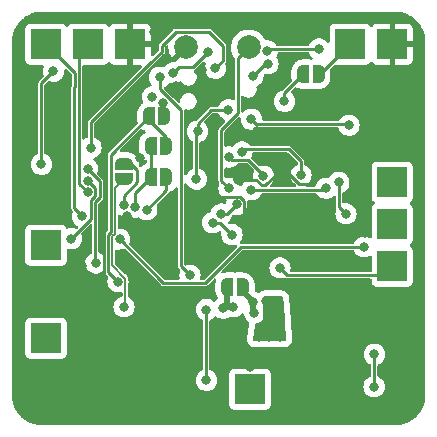
<source format=gbr>
%TF.GenerationSoftware,KiCad,Pcbnew,7.0.1*%
%TF.CreationDate,2024-08-13T13:22:24+02:00*%
%TF.ProjectId,wpt_receiver,7770745f-7265-4636-9569-7665722e6b69,rev?*%
%TF.SameCoordinates,Original*%
%TF.FileFunction,Copper,L2,Bot*%
%TF.FilePolarity,Positive*%
%FSLAX46Y46*%
G04 Gerber Fmt 4.6, Leading zero omitted, Abs format (unit mm)*
G04 Created by KiCad (PCBNEW 7.0.1) date 2024-08-13 13:22:24*
%MOMM*%
%LPD*%
G01*
G04 APERTURE LIST*
G04 Aperture macros list*
%AMFreePoly0*
4,1,19,0.500000,-0.750000,0.000000,-0.750000,0.000000,-0.744911,-0.071157,-0.744911,-0.207708,-0.704816,-0.327430,-0.627875,-0.420627,-0.520320,-0.479746,-0.390866,-0.500000,-0.250000,-0.500000,0.250000,-0.479746,0.390866,-0.420627,0.520320,-0.327430,0.627875,-0.207708,0.704816,-0.071157,0.744911,0.000000,0.744911,0.000000,0.750000,0.500000,0.750000,0.500000,-0.750000,0.500000,-0.750000,
$1*%
%AMFreePoly1*
4,1,19,0.000000,0.744911,0.071157,0.744911,0.207708,0.704816,0.327430,0.627875,0.420627,0.520320,0.479746,0.390866,0.500000,0.250000,0.500000,-0.250000,0.479746,-0.390866,0.420627,-0.520320,0.327430,-0.627875,0.207708,-0.704816,0.071157,-0.744911,0.000000,-0.744911,0.000000,-0.750000,-0.500000,-0.750000,-0.500000,0.750000,0.000000,0.750000,0.000000,0.744911,0.000000,0.744911,
$1*%
G04 Aperture macros list end*
%TA.AperFunction,ComponentPad*%
%ADD10R,2.500000X2.500000*%
%TD*%
%TA.AperFunction,SMDPad,CuDef*%
%ADD11FreePoly0,0.000000*%
%TD*%
%TA.AperFunction,SMDPad,CuDef*%
%ADD12FreePoly1,0.000000*%
%TD*%
%TA.AperFunction,SMDPad,CuDef*%
%ADD13FreePoly0,270.000000*%
%TD*%
%TA.AperFunction,SMDPad,CuDef*%
%ADD14FreePoly1,270.000000*%
%TD*%
%TA.AperFunction,ComponentPad*%
%ADD15C,2.000000*%
%TD*%
%TA.AperFunction,SMDPad,CuDef*%
%ADD16R,2.500000X2.500000*%
%TD*%
%TA.AperFunction,SMDPad,CuDef*%
%ADD17FreePoly0,180.000000*%
%TD*%
%TA.AperFunction,SMDPad,CuDef*%
%ADD18FreePoly1,180.000000*%
%TD*%
%TA.AperFunction,ViaPad*%
%ADD19C,0.800000*%
%TD*%
%TA.AperFunction,Conductor*%
%ADD20C,0.250000*%
%TD*%
%TA.AperFunction,Conductor*%
%ADD21C,0.254000*%
%TD*%
%TA.AperFunction,Conductor*%
%ADD22C,0.200000*%
%TD*%
%TA.AperFunction,Conductor*%
%ADD23C,0.508000*%
%TD*%
G04 APERTURE END LIST*
D10*
%TO.P,TP1,1,1*%
%TO.N,/receiver/COIL+*%
X126492000Y-123190000D03*
%TD*%
%TO.P,TP5,1,1*%
%TO.N,/mcu/SCL*%
X155829000Y-117856000D03*
%TD*%
%TO.P,TP4,1,1*%
%TO.N,/mcu/SDA*%
X155829000Y-121412000D03*
%TD*%
%TO.P,TP10,1,1*%
%TO.N,GND*%
X155829000Y-106172000D03*
%TD*%
%TO.P,TP11,1,1*%
%TO.N,GND*%
X133604000Y-106172000D03*
%TD*%
%TO.P,TP6,1,1*%
%TO.N,/power/VOUT*%
X152273000Y-106172000D03*
%TD*%
%TO.P,TP8,1,1*%
%TO.N,/receiver/VRECT*%
X155829000Y-124968000D03*
%TD*%
%TO.P,TP2,1,1*%
%TO.N,/receiver/COIL-*%
X126492000Y-131064000D03*
%TD*%
%TO.P,TP7,1,1*%
%TO.N,/mcu/SUBSYS_COMM_TX*%
X130048000Y-106172000D03*
%TD*%
%TO.P,TP9,1,1*%
%TO.N,/mcu/SUBSYS_COMM_RX*%
X126492000Y-106172000D03*
%TD*%
D11*
%TO.P,JP5,1,A*%
%TO.N,/receiver/VRECT*%
X141844000Y-126746000D03*
D12*
%TO.P,JP5,2,B*%
%TO.N,/power/VRECT*%
X143144000Y-126746000D03*
%TD*%
D11*
%TO.P,JP2,1,A*%
%TO.N,Net-(JP1-A)*%
X135367000Y-114808000D03*
D12*
%TO.P,JP2,2,B*%
%TO.N,/mcu/IN+*%
X136667000Y-114808000D03*
%TD*%
D11*
%TO.P,JP6,1,A*%
%TO.N,/mcu/3V3*%
X148271472Y-108712000D03*
D12*
%TO.P,JP6,2,B*%
%TO.N,/power/VOUT*%
X149571472Y-108712000D03*
%TD*%
D13*
%TO.P,JP4,1,A*%
%TO.N,Net-(JP4-A)*%
X133096000Y-116302000D03*
D14*
%TO.P,JP4,2,B*%
%TO.N,/receiver/COIL-*%
X133096000Y-117602000D03*
%TD*%
D15*
%TO.P,C2,1,-*%
%TO.N,GND*%
X138366000Y-106426000D03*
%TO.P,C2,2,+*%
%TO.N,Net-(C2-+)*%
X143666000Y-106426000D03*
%TD*%
D16*
%TO.P,TP3,1,1*%
%TO.N,/mcu/MOD*%
X143764000Y-135382000D03*
%TD*%
D11*
%TO.P,JP1,1,A*%
%TO.N,Net-(JP1-A)*%
X135367000Y-117419000D03*
D12*
%TO.P,JP1,2,B*%
%TO.N,Net-(JP1-B)*%
X136667000Y-117419000D03*
%TD*%
D17*
%TO.P,JP3,1,A*%
%TO.N,Net-(JP3-A)*%
X136525000Y-112268000D03*
D18*
%TO.P,JP3,2,B*%
%TO.N,/mcu/IN+*%
X135225000Y-112268000D03*
%TD*%
D19*
%TO.N,/mcu/3V3*%
X126111000Y-116332000D03*
X145288000Y-107823000D03*
X141946052Y-111720052D03*
X146685000Y-110998000D03*
X127127000Y-108458000D03*
X139328000Y-113538000D03*
X139227500Y-117590000D03*
X140611932Y-121278092D03*
X142240000Y-122282500D03*
X144012851Y-108843646D03*
%TO.N,Net-(C2-+)*%
X141986000Y-118364000D03*
%TO.N,/mcu/IN+*%
X132588000Y-126256500D03*
%TO.N,/receiver/COIL-*%
X133096000Y-128397000D03*
%TO.N,/receiver/VRECT*%
X142367000Y-128397000D03*
X141478000Y-128524000D03*
X146304000Y-125095000D03*
%TO.N,/mcu/3V3_POT*%
X143078200Y-115289500D03*
X148082000Y-117221000D03*
%TO.N,/power/VSENSE*%
X146304000Y-130937000D03*
X144526000Y-130937000D03*
X146050000Y-127889000D03*
X145415000Y-130937000D03*
X145161000Y-127889000D03*
%TO.N,/power/3V5*%
X154269500Y-135163971D03*
X154305000Y-132424000D03*
%TO.N,/mcu/NRST*%
X130302000Y-114910500D03*
X140843000Y-108204000D03*
%TO.N,/mcu/WAKEUP*%
X130015500Y-116713500D03*
X130723500Y-124695500D03*
%TO.N,Net-(JP1-A)*%
X134051696Y-119966965D03*
%TO.N,Net-(JP1-B)*%
X135029297Y-120175056D03*
%TO.N,GND*%
X150368000Y-128270000D03*
X151892000Y-126492000D03*
X134453667Y-115826496D03*
X140733000Y-132588000D03*
X143002000Y-104394000D03*
X137668000Y-104394000D03*
X151003000Y-116078000D03*
X128016000Y-120904000D03*
X151892000Y-134747000D03*
X132842000Y-112141000D03*
X153162000Y-116078000D03*
X146939000Y-108195370D03*
X143002000Y-132588000D03*
X151765000Y-137160000D03*
X153543000Y-119888000D03*
X148844000Y-124968000D03*
X148232246Y-134349500D03*
X157988000Y-107188000D03*
X157861000Y-134112000D03*
X155194000Y-137160000D03*
X157988000Y-106172000D03*
X144526000Y-104394000D03*
X128270000Y-109474000D03*
X156752500Y-115316000D03*
X147708572Y-113856328D03*
X124206000Y-132588000D03*
X124460000Y-111633000D03*
X147320000Y-119634000D03*
X124460000Y-112522000D03*
X139700000Y-108331000D03*
X156591000Y-135763000D03*
X142748000Y-117620500D03*
X135128000Y-134072000D03*
X144399000Y-113538000D03*
X146558000Y-115697000D03*
X136652000Y-123698000D03*
X141224000Y-123571000D03*
X145162800Y-109855000D03*
X150241000Y-112014000D03*
X127762000Y-137668000D03*
X124206000Y-124968000D03*
X157988000Y-109474000D03*
X157988000Y-112014000D03*
X144272000Y-132334000D03*
X131572000Y-132334000D03*
X137541000Y-109728000D03*
X156752500Y-113792000D03*
X144780000Y-137668000D03*
X141143966Y-112695966D03*
X153416000Y-124714000D03*
X140943500Y-119380000D03*
X134747000Y-109347000D03*
X142875000Y-121031000D03*
X138176000Y-133350000D03*
X143764000Y-133531998D03*
X135636000Y-105156000D03*
X135636000Y-106172000D03*
X141986000Y-132588000D03*
X145796000Y-122665500D03*
X138684000Y-120523000D03*
X137160000Y-119253000D03*
X140081000Y-125347000D03*
X150241000Y-111125000D03*
X132842000Y-123952000D03*
X129540000Y-124968000D03*
X147455319Y-124087319D03*
X150241000Y-110236000D03*
X126000500Y-117856000D03*
X133350000Y-120744498D03*
X140208000Y-137668000D03*
X124206000Y-120650000D03*
X129540000Y-132334000D03*
X124206000Y-129540000D03*
X127508000Y-114300000D03*
X139192000Y-104394000D03*
X153543000Y-122174000D03*
X133096000Y-137668000D03*
X148844000Y-130810000D03*
%TO.N,Net-(JP3-A)*%
X136398000Y-111125000D03*
%TO.N,Net-(JP4-A)*%
X133065320Y-119786395D03*
%TO.N,/power/VRECT*%
X144145000Y-128905000D03*
X144047687Y-128003277D03*
%TO.N,/mcu/MOD*%
X140081000Y-134620000D03*
X136107845Y-108966000D03*
X143764000Y-135382000D03*
X138684000Y-125730000D03*
X140081000Y-128637000D03*
%TO.N,/mcu/LED*%
X141334500Y-120523000D03*
X142637500Y-119731500D03*
%TO.N,/mcu/SDA*%
X144907000Y-117348000D03*
X142003000Y-115714000D03*
%TO.N,/mcu/I2C_EN*%
X150194000Y-118364000D03*
X143891000Y-118491000D03*
%TO.N,/mcu/SCL*%
X151280828Y-117856484D03*
X151892000Y-120523000D03*
%TO.N,/mcu/SUBSYS_COMM_TX*%
X130015500Y-118712506D03*
%TO.N,/mcu/SUBSYS_COMM_RX*%
X129580000Y-120744498D03*
%TO.N,/mcu/OUTPUT_EN*%
X140208000Y-106807000D03*
X149606000Y-106553000D03*
X137287000Y-108585000D03*
X135509000Y-110617000D03*
X145237358Y-106724734D03*
%TO.N,/mcu/CHG_EN*%
X152146000Y-113030000D03*
X143891000Y-112522000D03*
%TO.N,/mcu/POWER_ALRT*%
X128649891Y-122622074D03*
X153416000Y-123317000D03*
X132731000Y-122682000D03*
X130015500Y-117713003D03*
%TD*%
D20*
%TO.N,/mcu/3V3*%
X141235592Y-121278092D02*
X140611932Y-121278092D01*
D21*
X145288000Y-107823000D02*
X145033497Y-107823000D01*
D20*
X126111000Y-109474000D02*
X126111000Y-116332000D01*
X140501948Y-111720052D02*
X141946052Y-111720052D01*
X139328000Y-113538000D02*
X139328000Y-112894000D01*
X127127000Y-108458000D02*
X126111000Y-109474000D01*
X139227500Y-117720000D02*
X139227500Y-113638500D01*
X139227500Y-113638500D02*
X139328000Y-113538000D01*
D21*
X145033497Y-107823000D02*
X144012851Y-108843646D01*
X146685000Y-110998000D02*
X146685000Y-110298472D01*
D20*
X139328000Y-112894000D02*
X140501948Y-111720052D01*
X139218500Y-117729000D02*
X139227500Y-117720000D01*
X142240000Y-122282500D02*
X141235592Y-121278092D01*
D21*
X146685000Y-110298472D02*
X148271472Y-108712000D01*
D20*
%TO.N,Net-(C2-+)*%
X141986000Y-118364000D02*
X141351000Y-117729000D01*
X141351000Y-117729000D02*
X141351000Y-113411000D01*
X141351000Y-113411000D02*
X142762700Y-111999300D01*
X142762700Y-111999300D02*
X142762700Y-107329300D01*
X142762700Y-107329300D02*
X143666000Y-106426000D01*
%TO.N,/mcu/IN+*%
X132588000Y-126256500D02*
X131752000Y-125420500D01*
X131982000Y-115511000D02*
X135225000Y-112268000D01*
X135225000Y-112574382D02*
X135225000Y-112268000D01*
X131982000Y-122046484D02*
X131982000Y-115511000D01*
X131752000Y-122276484D02*
X131982000Y-122046484D01*
X131752000Y-125420500D02*
X131752000Y-122276484D01*
X136667000Y-114016382D02*
X135225000Y-112574382D01*
X136667000Y-114808000D02*
X136667000Y-114016382D01*
D22*
%TO.N,/receiver/COIL-*%
X133096000Y-128397000D02*
X133223000Y-128270000D01*
X132104000Y-122422288D02*
X132334000Y-122192288D01*
X133223000Y-128270000D02*
X133223000Y-126004788D01*
X132104000Y-124885788D02*
X132104000Y-122422288D01*
X132334000Y-118364000D02*
X133096000Y-117602000D01*
X132334000Y-122192288D02*
X132334000Y-118364000D01*
X133223000Y-126004788D02*
X132104000Y-124885788D01*
D23*
%TO.N,/receiver/VRECT*%
X141478000Y-128524000D02*
X141844000Y-128158000D01*
D20*
X146939000Y-125730000D02*
X155067000Y-125730000D01*
D23*
X141844000Y-128158000D02*
X141844000Y-126746000D01*
D20*
X155067000Y-125730000D02*
X155829000Y-124968000D01*
X142240000Y-128524000D02*
X142367000Y-128397000D01*
X146304000Y-125095000D02*
X146939000Y-125730000D01*
X141478000Y-128524000D02*
X142240000Y-128524000D01*
%TO.N,/mcu/3V3_POT*%
X148082000Y-117221000D02*
X148082000Y-116078000D01*
X143322700Y-115045000D02*
X143078200Y-115289500D01*
X148082000Y-116078000D02*
X147049000Y-115045000D01*
X147049000Y-115045000D02*
X143322700Y-115045000D01*
D21*
%TO.N,/power/VOUT*%
X149571472Y-108712000D02*
X149733000Y-108712000D01*
X149733000Y-108712000D02*
X152273000Y-106172000D01*
D23*
%TO.N,/power/VSENSE*%
X145161000Y-130683000D02*
X145415000Y-130937000D01*
X145161000Y-127889000D02*
X145161000Y-130683000D01*
X145161000Y-130302000D02*
X144526000Y-130937000D01*
X145161000Y-127889000D02*
X145161000Y-130302000D01*
X146050000Y-130683000D02*
X146304000Y-130937000D01*
X146050000Y-127889000D02*
X146050000Y-130683000D01*
D20*
%TO.N,/power/3V5*%
X154305000Y-135128471D02*
X154269500Y-135163971D01*
X154305000Y-132424000D02*
X154305000Y-135128471D01*
%TO.N,/mcu/NRST*%
X130302000Y-114910500D02*
X130302000Y-112776000D01*
X130302000Y-112776000D02*
X135329000Y-107749000D01*
D21*
X141478000Y-107569000D02*
X141478000Y-106299000D01*
X140843000Y-108204000D02*
X141478000Y-107569000D01*
D20*
X140843000Y-108204000D02*
X140699000Y-108060000D01*
D21*
X137471000Y-105099000D02*
X136290000Y-106280000D01*
X136290000Y-106280000D02*
X136290000Y-106788000D01*
X141478000Y-106299000D02*
X140278000Y-105099000D01*
X140278000Y-105099000D02*
X137471000Y-105099000D01*
X136290000Y-106788000D02*
X135329000Y-107749000D01*
D20*
%TO.N,/mcu/WAKEUP*%
X130723500Y-124695500D02*
X130683000Y-124655000D01*
X130683000Y-119500232D02*
X131044500Y-119138732D01*
X131044500Y-119138732D02*
X131044500Y-117742500D01*
X131044500Y-117742500D02*
X130015500Y-116713500D01*
X130683000Y-124655000D02*
X130683000Y-119500232D01*
D21*
%TO.N,Net-(JP1-A)*%
X135367000Y-117419000D02*
X135367000Y-114808000D01*
D20*
X134051696Y-119966965D02*
X134051696Y-118734304D01*
X134051696Y-118734304D02*
X135367000Y-117419000D01*
%TO.N,Net-(JP1-B)*%
X136667000Y-118537353D02*
X136667000Y-117419000D01*
X135029297Y-120175056D02*
X136667000Y-118537353D01*
%TO.N,GND*%
X142748000Y-117620500D02*
X144257432Y-117620500D01*
X149081000Y-118000000D02*
X151003000Y-116078000D01*
D21*
X143291500Y-120614500D02*
X143291500Y-119415500D01*
X143291500Y-119415500D02*
X142953500Y-119077500D01*
D20*
X146558000Y-116619068D02*
X146558000Y-115697000D01*
X144257432Y-117620500D02*
X144746932Y-118110000D01*
X131572000Y-132334000D02*
X131375000Y-132137000D01*
X145067068Y-118110000D02*
X146558000Y-116619068D01*
D21*
X142875000Y-121031000D02*
X143291500Y-120614500D01*
D20*
X147938932Y-118000000D02*
X149081000Y-118000000D01*
X144746932Y-118110000D02*
X145067068Y-118110000D01*
D21*
X141246000Y-119077500D02*
X140943500Y-119380000D01*
D20*
X131445000Y-119271391D02*
X131445000Y-113538000D01*
X131375000Y-132137000D02*
X131375000Y-119341391D01*
X146558000Y-116619068D02*
X147938932Y-118000000D01*
D21*
X142953500Y-119077500D02*
X141246000Y-119077500D01*
D20*
X131445000Y-113538000D02*
X132842000Y-112141000D01*
X131375000Y-119341391D02*
X131445000Y-119271391D01*
%TO.N,Net-(JP3-A)*%
X136525000Y-112268000D02*
X136525000Y-111252000D01*
X136525000Y-111252000D02*
X136398000Y-111125000D01*
%TO.N,Net-(JP4-A)*%
X134239000Y-116840000D02*
X133701000Y-116302000D01*
X133065320Y-119030522D02*
X134239000Y-117856842D01*
X133065320Y-119786395D02*
X133065320Y-119030522D01*
X134239000Y-117856842D02*
X134239000Y-116840000D01*
X133701000Y-116302000D02*
X133096000Y-116302000D01*
D23*
%TO.N,/power/VRECT*%
X144047687Y-128003277D02*
X144047687Y-128807687D01*
X144047687Y-128807687D02*
X144145000Y-128905000D01*
X143144000Y-126746000D02*
X143144000Y-127099590D01*
X143144000Y-127099590D02*
X144047687Y-128003277D01*
D20*
%TO.N,/mcu/MOD*%
X140081000Y-128637000D02*
X140081000Y-134620000D01*
X136107845Y-109912777D02*
X137922000Y-111726932D01*
X136107845Y-108966000D02*
X136107845Y-109912777D01*
X137922000Y-111726932D02*
X137922000Y-124968000D01*
X137922000Y-124968000D02*
X138684000Y-125730000D01*
%TO.N,/mcu/LED*%
X141334500Y-120523000D02*
X141846000Y-120523000D01*
X142637500Y-119731500D02*
X141846000Y-120523000D01*
%TO.N,/mcu/SDA*%
X144907000Y-117221000D02*
X144907000Y-117348000D01*
X142230500Y-115941500D02*
X143627500Y-115941500D01*
X142003000Y-115714000D02*
X142230500Y-115941500D01*
X143627500Y-115941500D02*
X144907000Y-117221000D01*
%TO.N,/mcu/I2C_EN*%
X150067000Y-118491000D02*
X150194000Y-118364000D01*
X143891000Y-118491000D02*
X150067000Y-118491000D01*
%TO.N,/mcu/SCL*%
X151280828Y-117856484D02*
X151280828Y-119911828D01*
X151280828Y-119911828D02*
X151892000Y-120523000D01*
%TO.N,/mcu/SUBSYS_COMM_TX*%
X129286000Y-109913227D02*
X129299000Y-109900227D01*
X129299000Y-109900227D02*
X129299000Y-108445841D01*
X129299000Y-108445841D02*
X129286000Y-108432841D01*
X129286000Y-108432841D02*
X129286000Y-106934000D01*
X129286000Y-117983006D02*
X129286000Y-109913227D01*
X129286000Y-106934000D02*
X130048000Y-106172000D01*
X130015500Y-118712506D02*
X129286000Y-117983006D01*
%TO.N,/mcu/SUBSYS_COMM_RX*%
X128905000Y-109761068D02*
X128922000Y-109744068D01*
X128922000Y-108602000D02*
X126492000Y-106172000D01*
X128922000Y-109744068D02*
X128922000Y-108602000D01*
X129580000Y-120744498D02*
X128905000Y-120069498D01*
X128905000Y-120069498D02*
X128905000Y-109761068D01*
D21*
%TO.N,/mcu/OUTPUT_EN*%
X138925300Y-108089700D02*
X140208000Y-106807000D01*
X137287000Y-108585000D02*
X137782300Y-108089700D01*
X145409092Y-106553000D02*
X149606000Y-106553000D01*
X137782300Y-108089700D02*
X138925300Y-108089700D01*
X145237358Y-106724734D02*
X145409092Y-106553000D01*
D20*
%TO.N,/mcu/CHG_EN*%
X144255000Y-112886000D02*
X143891000Y-112522000D01*
X152002000Y-112886000D02*
X144255000Y-112886000D01*
X152146000Y-113030000D02*
X152002000Y-112886000D01*
%TO.N,/mcu/POWER_ALRT*%
X153416000Y-123317000D02*
X143033068Y-123317000D01*
X136431000Y-126382000D02*
X132731000Y-122682000D01*
X143033068Y-123317000D02*
X139968068Y-126382000D01*
X130015500Y-117713003D02*
X130667500Y-118365003D01*
X130302000Y-120969965D02*
X128649891Y-122622074D01*
X139968068Y-126382000D02*
X136431000Y-126382000D01*
X130667500Y-118365003D02*
X130667500Y-118982574D01*
X130667500Y-118982574D02*
X130302000Y-119348074D01*
X130302000Y-119348074D02*
X130302000Y-120969965D01*
%TD*%
%TA.AperFunction,Conductor*%
%TO.N,GND*%
G36*
X141041596Y-111983272D02*
G01*
X141083311Y-112013580D01*
X141109092Y-112058234D01*
X141118872Y-112088336D01*
X141213518Y-112252268D01*
X141340181Y-112392941D01*
X141493319Y-112504202D01*
X141524310Y-112518000D01*
X141610382Y-112556322D01*
X141657325Y-112592833D01*
X141681870Y-112647004D01*
X141678368Y-112706372D01*
X141647627Y-112757282D01*
X141198676Y-113206233D01*
X141179893Y-113221648D01*
X141168957Y-113228957D01*
X141168956Y-113228958D01*
X141119933Y-113302326D01*
X141107369Y-113317634D01*
X141105810Y-113349373D01*
X141093551Y-113410997D01*
X141096117Y-113423893D01*
X141098500Y-113448087D01*
X141098500Y-115698366D01*
X141097821Y-115711326D01*
X141097539Y-115714000D01*
X141097821Y-115716674D01*
X141098500Y-115729634D01*
X141098500Y-117691913D01*
X141096117Y-117716104D01*
X141095538Y-117719015D01*
X141093551Y-117729000D01*
X141104347Y-117783266D01*
X141104347Y-117783267D01*
X141113149Y-117827519D01*
X141113149Y-117827520D01*
X141113150Y-117827521D01*
X141147234Y-117878533D01*
X141166962Y-117930432D01*
X141162062Y-117985739D01*
X141100326Y-118175742D01*
X141080540Y-118363999D01*
X141100326Y-118552257D01*
X141158820Y-118732284D01*
X141253466Y-118896216D01*
X141380129Y-119036889D01*
X141533269Y-119148151D01*
X141706191Y-119225142D01*
X141706193Y-119225142D01*
X141706197Y-119225144D01*
X141710847Y-119226132D01*
X141771204Y-119258222D01*
X141805386Y-119317422D01*
X141803001Y-119385740D01*
X141751825Y-119543245D01*
X141751021Y-119550898D01*
X141725413Y-119614277D01*
X141670111Y-119654455D01*
X141601921Y-119659223D01*
X141429149Y-119622500D01*
X141429146Y-119622500D01*
X141239854Y-119622500D01*
X141239852Y-119622500D01*
X141054697Y-119661855D01*
X140881769Y-119738848D01*
X140728629Y-119850110D01*
X140601966Y-119990783D01*
X140507320Y-120154715D01*
X140450915Y-120328313D01*
X140415957Y-120382144D01*
X140358767Y-120411285D01*
X140332128Y-120416947D01*
X140159201Y-120493940D01*
X140006061Y-120605202D01*
X139879398Y-120745875D01*
X139784752Y-120909807D01*
X139726258Y-121089834D01*
X139706472Y-121278092D01*
X139726258Y-121466349D01*
X139784752Y-121646376D01*
X139879398Y-121810308D01*
X140006061Y-121950981D01*
X140159201Y-122062243D01*
X140332129Y-122139236D01*
X140517284Y-122178592D01*
X140517286Y-122178592D01*
X140706578Y-122178592D01*
X140706580Y-122178592D01*
X140842115Y-122149783D01*
X140891735Y-122139236D01*
X141064662Y-122062243D01*
X141156598Y-121995447D01*
X141208803Y-121973503D01*
X141265323Y-121977058D01*
X141314367Y-122005374D01*
X141345706Y-122052543D01*
X141352804Y-122108727D01*
X141334540Y-122282499D01*
X141354326Y-122470757D01*
X141412820Y-122650784D01*
X141507466Y-122814716D01*
X141634129Y-122955389D01*
X141787269Y-123066651D01*
X141960197Y-123143644D01*
X142145352Y-123183000D01*
X142145354Y-123183000D01*
X142334646Y-123183000D01*
X142334647Y-123183000D01*
X142461244Y-123156091D01*
X142519803Y-123143644D01*
X142519803Y-123143643D01*
X142528816Y-123141728D01*
X142591678Y-123144692D01*
X142644989Y-123178134D01*
X142675018Y-123233440D01*
X142674029Y-123296364D01*
X142642278Y-123350699D01*
X139899798Y-126093181D01*
X139859570Y-126120061D01*
X139812117Y-126129500D01*
X139671708Y-126129500D01*
X139615413Y-126115985D01*
X139571390Y-126078386D01*
X139549235Y-126024898D01*
X139553777Y-125967183D01*
X139569673Y-125918259D01*
X139569672Y-125918259D01*
X139569674Y-125918256D01*
X139589460Y-125730000D01*
X139569674Y-125541744D01*
X139522197Y-125395626D01*
X139511179Y-125361715D01*
X139416533Y-125197783D01*
X139289870Y-125057110D01*
X139136730Y-124945848D01*
X138963802Y-124868855D01*
X138778648Y-124829500D01*
X138778646Y-124829500D01*
X138589354Y-124829500D01*
X138589352Y-124829500D01*
X138404199Y-124868854D01*
X138348935Y-124893460D01*
X138288771Y-124903798D01*
X138230965Y-124884175D01*
X138189527Y-124839348D01*
X138174500Y-124780180D01*
X138174500Y-118029925D01*
X138191113Y-117967925D01*
X138236500Y-117922538D01*
X138298500Y-117905925D01*
X138360500Y-117922538D01*
X138405887Y-117967925D01*
X138494966Y-118122216D01*
X138621629Y-118262889D01*
X138774769Y-118374151D01*
X138947697Y-118451144D01*
X139132852Y-118490500D01*
X139132854Y-118490500D01*
X139322146Y-118490500D01*
X139322148Y-118490500D01*
X139445584Y-118464262D01*
X139507303Y-118451144D01*
X139680230Y-118374151D01*
X139819142Y-118273226D01*
X139833370Y-118262889D01*
X139867695Y-118224768D01*
X139960033Y-118122216D01*
X140054679Y-117958284D01*
X140113174Y-117778256D01*
X140132960Y-117590000D01*
X140113174Y-117401744D01*
X140054679Y-117221716D01*
X140054679Y-117221715D01*
X139960033Y-117057783D01*
X139833370Y-116917110D01*
X139680230Y-116805848D01*
X139553564Y-116749452D01*
X139514802Y-116722310D01*
X139489029Y-116682624D01*
X139480000Y-116636173D01*
X139480000Y-114526723D01*
X139492550Y-114472365D01*
X139527658Y-114429010D01*
X139578219Y-114405433D01*
X139601661Y-114400449D01*
X139607803Y-114399144D01*
X139780730Y-114322151D01*
X139780729Y-114322151D01*
X139933870Y-114210889D01*
X140060533Y-114070216D01*
X140155179Y-113906284D01*
X140191631Y-113794097D01*
X140213674Y-113726256D01*
X140233460Y-113538000D01*
X140213674Y-113349744D01*
X140163358Y-113194888D01*
X140155179Y-113169715D01*
X140060533Y-113005783D01*
X139933870Y-112865111D01*
X139923965Y-112857914D01*
X139888662Y-112818184D01*
X139873234Y-112767325D01*
X139880517Y-112714678D01*
X139909168Y-112669919D01*
X140570217Y-112008871D01*
X140610446Y-111981991D01*
X140657899Y-111972552D01*
X140991161Y-111972552D01*
X141041596Y-111983272D01*
G37*
%TD.AperFunction*%
%TA.AperFunction,Conductor*%
G36*
X137615491Y-118277817D02*
G01*
X137655170Y-118322309D01*
X137669500Y-118380176D01*
X137669500Y-124930913D01*
X137667117Y-124955107D01*
X137664551Y-124968000D01*
X137676786Y-125029500D01*
X137676786Y-125029501D01*
X137684149Y-125066519D01*
X137684149Y-125066520D01*
X137684150Y-125066521D01*
X137739957Y-125150043D01*
X137750891Y-125157349D01*
X137769680Y-125172769D01*
X137828056Y-125231145D01*
X137860949Y-125289879D01*
X137858306Y-125357144D01*
X137798326Y-125541742D01*
X137778540Y-125729999D01*
X137798326Y-125918259D01*
X137814223Y-125967183D01*
X137818765Y-126024898D01*
X137796610Y-126078386D01*
X137752587Y-126115985D01*
X137696292Y-126129500D01*
X136586951Y-126129500D01*
X136539498Y-126120061D01*
X136499270Y-126093181D01*
X133586943Y-123180854D01*
X133554050Y-123122120D01*
X133556693Y-123054854D01*
X133558176Y-123050288D01*
X133558179Y-123050284D01*
X133616674Y-122870256D01*
X133636460Y-122682000D01*
X133616674Y-122493744D01*
X133558179Y-122313716D01*
X133558179Y-122313715D01*
X133463533Y-122149783D01*
X133336870Y-122009110D01*
X133183730Y-121897848D01*
X133010802Y-121820855D01*
X132825648Y-121781500D01*
X132825646Y-121781500D01*
X132685500Y-121781500D01*
X132623500Y-121764887D01*
X132578113Y-121719500D01*
X132561500Y-121657500D01*
X132561500Y-120738744D01*
X132576527Y-120679576D01*
X132617965Y-120634749D01*
X132675771Y-120615126D01*
X132735935Y-120625464D01*
X132785519Y-120647540D01*
X132970672Y-120686895D01*
X132970674Y-120686895D01*
X133159966Y-120686895D01*
X133159968Y-120686895D01*
X133345114Y-120647541D01*
X133345114Y-120647540D01*
X133345123Y-120647539D01*
X133348713Y-120645940D01*
X133412111Y-120635896D01*
X133472039Y-120658899D01*
X133598965Y-120751116D01*
X133771893Y-120828109D01*
X133957048Y-120867465D01*
X133957050Y-120867465D01*
X134146342Y-120867465D01*
X134327500Y-120828959D01*
X134379057Y-120828959D01*
X134426159Y-120849929D01*
X134576567Y-120959207D01*
X134576568Y-120959207D01*
X134576569Y-120959208D01*
X134749494Y-121036200D01*
X134934649Y-121075556D01*
X134934651Y-121075556D01*
X135123943Y-121075556D01*
X135123945Y-121075556D01*
X135247380Y-121049318D01*
X135309100Y-121036200D01*
X135482027Y-120959207D01*
X135550021Y-120909807D01*
X135635167Y-120847945D01*
X135653028Y-120828109D01*
X135761830Y-120707272D01*
X135856476Y-120543340D01*
X135914971Y-120363312D01*
X135934757Y-120175056D01*
X135914971Y-119986800D01*
X135856476Y-119806772D01*
X135856475Y-119806771D01*
X135854990Y-119802199D01*
X135852347Y-119734934D01*
X135885238Y-119676202D01*
X136819322Y-118742118D01*
X136838102Y-118726705D01*
X136849043Y-118719396D01*
X136870386Y-118687452D01*
X136900066Y-118656417D01*
X136938550Y-118637367D01*
X137019300Y-118613658D01*
X137150216Y-118553871D01*
X137271170Y-118476139D01*
X137328927Y-118432903D01*
X137379943Y-118381887D01*
X137451785Y-118298974D01*
X137500511Y-118264625D01*
X137559635Y-118256984D01*
X137615491Y-118277817D01*
G37*
%TD.AperFunction*%
%TA.AperFunction,Conductor*%
G36*
X138453681Y-106160128D02*
G01*
X138631871Y-106338318D01*
X138663965Y-106393905D01*
X138663965Y-106458093D01*
X138631871Y-106513680D01*
X137494739Y-107650812D01*
X137442277Y-107682024D01*
X137394679Y-107683895D01*
X137394679Y-107684500D01*
X137192352Y-107684500D01*
X137007197Y-107723855D01*
X136834269Y-107800848D01*
X136681129Y-107912110D01*
X136554464Y-108052785D01*
X136552262Y-108056601D01*
X136510586Y-108099758D01*
X136453526Y-108118298D01*
X136394442Y-108107880D01*
X136387648Y-108104855D01*
X136202493Y-108065500D01*
X136202491Y-108065500D01*
X136013199Y-108065500D01*
X136013197Y-108065500D01*
X135828042Y-108104855D01*
X135655114Y-108181848D01*
X135501974Y-108293110D01*
X135375311Y-108433783D01*
X135280665Y-108597715D01*
X135222171Y-108777742D01*
X135202385Y-108965999D01*
X135222171Y-109154257D01*
X135280665Y-109334284D01*
X135375311Y-109498216D01*
X135402841Y-109528791D01*
X135431981Y-109585982D01*
X135428622Y-109650081D01*
X135393663Y-109703913D01*
X135336472Y-109733053D01*
X135229197Y-109755855D01*
X135056269Y-109832848D01*
X134903129Y-109944110D01*
X134776466Y-110084783D01*
X134681820Y-110248715D01*
X134623326Y-110428742D01*
X134603540Y-110617000D01*
X134623326Y-110805257D01*
X134681820Y-110985284D01*
X134701189Y-111018831D01*
X134717786Y-111078863D01*
X134703103Y-111139391D01*
X134660843Y-111185145D01*
X134620830Y-111210860D01*
X134563072Y-111254097D01*
X134512055Y-111305114D01*
X134417905Y-111413770D01*
X134340095Y-111534846D01*
X134280368Y-111665628D01*
X134255156Y-111733226D01*
X134239819Y-111803724D01*
X134219357Y-111946039D01*
X134214210Y-112017999D01*
X134219037Y-112085473D01*
X134219353Y-112094320D01*
X134219353Y-112441680D01*
X134219037Y-112450527D01*
X134214210Y-112518000D01*
X134219357Y-112589960D01*
X134239819Y-112732275D01*
X134247444Y-112767325D01*
X134252136Y-112788893D01*
X134254696Y-112800657D01*
X134252507Y-112861951D01*
X134221211Y-112914698D01*
X131829676Y-115306233D01*
X131810893Y-115321648D01*
X131799957Y-115328957D01*
X131799956Y-115328958D01*
X131750933Y-115402326D01*
X131738369Y-115417634D01*
X131736810Y-115449373D01*
X131724551Y-115510997D01*
X131727117Y-115523893D01*
X131729500Y-115548087D01*
X131729500Y-121890532D01*
X131720061Y-121937985D01*
X131693181Y-121978214D01*
X131599674Y-122071720D01*
X131580892Y-122087133D01*
X131570255Y-122094242D01*
X131569956Y-122094442D01*
X131520933Y-122167810D01*
X131508369Y-122183118D01*
X131506810Y-122214857D01*
X131494551Y-122276481D01*
X131497117Y-122289377D01*
X131499500Y-122313571D01*
X131499500Y-123902854D01*
X131481227Y-123967644D01*
X131431795Y-124013339D01*
X131365771Y-124026472D01*
X131302615Y-124003172D01*
X131176230Y-123911348D01*
X131009064Y-123836920D01*
X130970302Y-123809778D01*
X130944529Y-123770092D01*
X130935500Y-123723641D01*
X130935500Y-119656183D01*
X130944939Y-119608731D01*
X130971816Y-119568504D01*
X131196828Y-119343491D01*
X131215608Y-119328080D01*
X131226543Y-119320775D01*
X131282350Y-119237253D01*
X131284759Y-119225144D01*
X131301948Y-119138732D01*
X131299382Y-119125836D01*
X131297000Y-119101645D01*
X131297000Y-117779587D01*
X131299383Y-117755393D01*
X131301948Y-117742498D01*
X131284733Y-117655959D01*
X131284131Y-117649851D01*
X131282350Y-117643981D01*
X131282350Y-117643980D01*
X131282350Y-117643979D01*
X131226543Y-117560457D01*
X131215609Y-117553151D01*
X131196819Y-117537730D01*
X130871443Y-117212354D01*
X130838550Y-117153620D01*
X130841193Y-117086354D01*
X130842676Y-117081788D01*
X130842679Y-117081784D01*
X130901174Y-116901756D01*
X130920960Y-116713500D01*
X130901174Y-116525244D01*
X130862136Y-116405097D01*
X130842679Y-116345215D01*
X130748033Y-116181283D01*
X130621370Y-116040610D01*
X130550553Y-115989159D01*
X130510158Y-115939276D01*
X130500117Y-115875879D01*
X130523120Y-115815955D01*
X130573003Y-115775561D01*
X130581798Y-115771644D01*
X130581803Y-115771644D01*
X130754730Y-115694651D01*
X130754730Y-115694650D01*
X130754732Y-115694650D01*
X130907870Y-115583389D01*
X130939871Y-115547849D01*
X131034533Y-115442716D01*
X131129179Y-115278784D01*
X131187674Y-115098756D01*
X131207460Y-114910500D01*
X131187674Y-114722244D01*
X131134308Y-114558000D01*
X131129179Y-114542215D01*
X131034533Y-114378283D01*
X130907870Y-114237610D01*
X130754730Y-114126348D01*
X130628064Y-114069952D01*
X130589302Y-114042810D01*
X130563529Y-114003124D01*
X130554500Y-113956673D01*
X130554500Y-112931951D01*
X130563939Y-112884498D01*
X130590819Y-112844270D01*
X131806678Y-111628411D01*
X135474073Y-107961014D01*
X135489849Y-107948068D01*
X135491230Y-107946686D01*
X135491234Y-107946684D01*
X136443604Y-106994312D01*
X136462390Y-106978895D01*
X136473484Y-106971484D01*
X136475918Y-106967840D01*
X136475920Y-106967839D01*
X136487682Y-106950235D01*
X136487684Y-106950234D01*
X136529734Y-106887301D01*
X136531439Y-106878730D01*
X136544500Y-106813067D01*
X136546881Y-106801097D01*
X136546882Y-106801088D01*
X136549485Y-106788000D01*
X136546882Y-106774912D01*
X136544500Y-106750723D01*
X136544500Y-106436780D01*
X136553939Y-106389328D01*
X136580818Y-106349100D01*
X136593641Y-106336277D01*
X136653920Y-106275997D01*
X136705232Y-106245133D01*
X136765032Y-106241916D01*
X136819366Y-106267099D01*
X136855560Y-106314810D01*
X136865174Y-106373919D01*
X136860859Y-106426000D01*
X136881386Y-106673732D01*
X136942413Y-106914721D01*
X137042268Y-107142370D01*
X137142563Y-107295882D01*
X137142564Y-107295882D01*
X138278319Y-106160128D01*
X138333906Y-106128034D01*
X138398094Y-106128034D01*
X138453681Y-106160128D01*
G37*
%TD.AperFunction*%
%TA.AperFunction,Conductor*%
G36*
X146940502Y-115306939D02*
G01*
X146980730Y-115333819D01*
X147793181Y-116146269D01*
X147820061Y-116186497D01*
X147829500Y-116233950D01*
X147829500Y-116267173D01*
X147820471Y-116313624D01*
X147794698Y-116353310D01*
X147755936Y-116380452D01*
X147629269Y-116436848D01*
X147476129Y-116548110D01*
X147349466Y-116688783D01*
X147254820Y-116852715D01*
X147196326Y-117032742D01*
X147176540Y-117220999D01*
X147196326Y-117409257D01*
X147254820Y-117589284D01*
X147349466Y-117753216D01*
X147476129Y-117893889D01*
X147639813Y-118012812D01*
X147637800Y-118015582D01*
X147671828Y-118043732D01*
X147693760Y-118106715D01*
X147679894Y-118171949D01*
X147634240Y-118220565D01*
X147570005Y-118238500D01*
X145594987Y-118238500D01*
X145535250Y-118223162D01*
X145490291Y-118180944D01*
X145471232Y-118122288D01*
X145482787Y-118061706D01*
X145506666Y-118032839D01*
X145504150Y-118030574D01*
X145639533Y-117880216D01*
X145734179Y-117716284D01*
X145742358Y-117691112D01*
X145792674Y-117536256D01*
X145812460Y-117348000D01*
X145792674Y-117159744D01*
X145739256Y-116995340D01*
X145734179Y-116979715D01*
X145639533Y-116815783D01*
X145512870Y-116675110D01*
X145359730Y-116563848D01*
X145186802Y-116486855D01*
X145001648Y-116447500D01*
X145001646Y-116447500D01*
X144812354Y-116447500D01*
X144812352Y-116447500D01*
X144614449Y-116489565D01*
X144613993Y-116487422D01*
X144589468Y-116492854D01*
X144540864Y-116483840D01*
X144499643Y-116456554D01*
X143897804Y-115854715D01*
X143868963Y-115809444D01*
X143861957Y-115756225D01*
X143878097Y-115705035D01*
X143905379Y-115657784D01*
X143963874Y-115477756D01*
X143971149Y-115408536D01*
X143991668Y-115352160D01*
X144036254Y-115312015D01*
X144094469Y-115297500D01*
X146893049Y-115297500D01*
X146940502Y-115306939D01*
G37*
%TD.AperFunction*%
%TA.AperFunction,Conductor*%
G36*
X143519002Y-116203439D02*
G01*
X143559230Y-116230319D01*
X144096288Y-116767377D01*
X144125129Y-116812647D01*
X144132135Y-116865864D01*
X144115996Y-116917056D01*
X144079820Y-116979717D01*
X144021326Y-117159742D01*
X144004034Y-117324267D01*
X144001540Y-117348000D01*
X144012632Y-117453540D01*
X144000763Y-117520858D01*
X143955022Y-117571658D01*
X143889312Y-117590500D01*
X143796352Y-117590500D01*
X143611197Y-117629855D01*
X143438269Y-117706848D01*
X143285129Y-117818110D01*
X143158466Y-117958784D01*
X143069097Y-118113576D01*
X143030330Y-118154858D01*
X142977251Y-118174598D01*
X142920930Y-118168679D01*
X142873115Y-118138334D01*
X142843779Y-118089893D01*
X142834620Y-118061706D01*
X142813179Y-117995716D01*
X142775915Y-117931173D01*
X142718533Y-117831783D01*
X142591870Y-117691110D01*
X142438730Y-117579848D01*
X142265802Y-117502855D01*
X142080648Y-117463500D01*
X142080646Y-117463500D01*
X141891354Y-117463500D01*
X141891352Y-117463500D01*
X141753281Y-117492848D01*
X141698553Y-117492132D01*
X141649464Y-117467924D01*
X141615579Y-117424941D01*
X141603500Y-117371558D01*
X141603500Y-116702829D01*
X141615579Y-116649446D01*
X141649464Y-116606463D01*
X141698553Y-116582255D01*
X141753281Y-116581539D01*
X141908352Y-116614500D01*
X141908354Y-116614500D01*
X142097646Y-116614500D01*
X142097648Y-116614500D01*
X142249348Y-116582255D01*
X142282803Y-116575144D01*
X142455730Y-116498151D01*
X142471278Y-116486855D01*
X142608870Y-116386889D01*
X142744254Y-116236531D01*
X142746936Y-116238945D01*
X142775278Y-116210609D01*
X142837272Y-116194000D01*
X143471549Y-116194000D01*
X143519002Y-116203439D01*
G37*
%TD.AperFunction*%
%TA.AperFunction,Conductor*%
G36*
X134646521Y-113341649D02*
G01*
X134741784Y-113402871D01*
X134741787Y-113402872D01*
X134741788Y-113402873D01*
X134864063Y-113458714D01*
X134914408Y-113500788D01*
X134936236Y-113562662D01*
X134923436Y-113627013D01*
X134879591Y-113675823D01*
X134837478Y-113702888D01*
X134762823Y-113750865D01*
X134705072Y-113794097D01*
X134654055Y-113845114D01*
X134559905Y-113953770D01*
X134482095Y-114074846D01*
X134422368Y-114205628D01*
X134397156Y-114273226D01*
X134381819Y-114343724D01*
X134361357Y-114486039D01*
X134356210Y-114557999D01*
X134361037Y-114625473D01*
X134361353Y-114634320D01*
X134361353Y-114981680D01*
X134361037Y-114990527D01*
X134356210Y-115058000D01*
X134361357Y-115129960D01*
X134381819Y-115272275D01*
X134397156Y-115342773D01*
X134422368Y-115410371D01*
X134474213Y-115523893D01*
X134482096Y-115541155D01*
X134557902Y-115659112D01*
X134559905Y-115662229D01*
X134641352Y-115756225D01*
X134654057Y-115770887D01*
X134705073Y-115821903D01*
X134762830Y-115865139D01*
X134883784Y-115942871D01*
X134952380Y-115974198D01*
X135010424Y-116000706D01*
X135063228Y-116046461D01*
X135082912Y-116113500D01*
X135063228Y-116180539D01*
X135010424Y-116226294D01*
X134883786Y-116284128D01*
X134762823Y-116361865D01*
X134705072Y-116405097D01*
X134654055Y-116456114D01*
X134569360Y-116553859D01*
X134520635Y-116588208D01*
X134461512Y-116595849D01*
X134405656Y-116575016D01*
X134365977Y-116530524D01*
X134351647Y-116472657D01*
X134351647Y-116230112D01*
X134351098Y-116226294D01*
X134331165Y-116087655D01*
X134290658Y-115949700D01*
X134230871Y-115818784D01*
X134153139Y-115697830D01*
X134109903Y-115640073D01*
X134058887Y-115589057D01*
X134052345Y-115583388D01*
X133950229Y-115494905D01*
X133923546Y-115477757D01*
X133829155Y-115417096D01*
X133829153Y-115417095D01*
X133698371Y-115357368D01*
X133630773Y-115332156D01*
X133560275Y-115316819D01*
X133417960Y-115296357D01*
X133346000Y-115291210D01*
X133282606Y-115295745D01*
X133278525Y-115296037D01*
X133269680Y-115296353D01*
X132922320Y-115296353D01*
X132913474Y-115296037D01*
X132901177Y-115295157D01*
X132848870Y-115291416D01*
X132783406Y-115266999D01*
X132741535Y-115211065D01*
X132736551Y-115141374D01*
X132770034Y-115080053D01*
X134491804Y-113358283D01*
X134538926Y-113328786D01*
X134594204Y-113322843D01*
X134646521Y-113341649D01*
G37*
%TD.AperFunction*%
%TA.AperFunction,Conductor*%
G36*
X156086471Y-103396745D02*
G01*
X156194441Y-103402809D01*
X156367793Y-103413323D01*
X156381019Y-103414843D01*
X156508874Y-103436566D01*
X156510265Y-103436812D01*
X156659510Y-103464162D01*
X156659679Y-103464193D01*
X156671655Y-103467008D01*
X156801579Y-103504438D01*
X156804054Y-103505180D01*
X156943655Y-103548681D01*
X156954197Y-103552498D01*
X157081213Y-103605109D01*
X157084615Y-103606579D01*
X157215839Y-103665637D01*
X157224905Y-103670173D01*
X157346281Y-103737254D01*
X157350361Y-103739614D01*
X157472565Y-103813487D01*
X157480120Y-103818441D01*
X157593720Y-103899043D01*
X157598406Y-103902538D01*
X157710344Y-103990235D01*
X157716490Y-103995380D01*
X157820492Y-104088320D01*
X157825546Y-104093098D01*
X157925962Y-104193512D01*
X157930741Y-104198566D01*
X158023689Y-104302573D01*
X158028834Y-104308719D01*
X158116549Y-104420676D01*
X158120041Y-104425359D01*
X158157852Y-104478647D01*
X158200606Y-104538902D01*
X158205593Y-104546507D01*
X158279436Y-104668655D01*
X158281847Y-104672824D01*
X158348900Y-104794144D01*
X158353448Y-104803233D01*
X158412483Y-104934399D01*
X158413968Y-104937837D01*
X158466583Y-105064854D01*
X158470408Y-105075417D01*
X158513888Y-105214943D01*
X158514656Y-105217506D01*
X158552080Y-105347400D01*
X158554895Y-105359375D01*
X158582254Y-105508652D01*
X158582534Y-105510233D01*
X158604241Y-105637979D01*
X158605767Y-105651263D01*
X158616683Y-105831671D01*
X158616714Y-105832204D01*
X158622305Y-105931711D01*
X158622500Y-105938667D01*
X158622500Y-135868724D01*
X158622305Y-135875680D01*
X158615793Y-135991574D01*
X158615763Y-135992089D01*
X158605878Y-136155860D01*
X158604351Y-136169161D01*
X158581233Y-136305214D01*
X158580953Y-136306796D01*
X158555132Y-136447678D01*
X158552317Y-136459654D01*
X158513371Y-136594828D01*
X158512603Y-136597390D01*
X158470784Y-136731586D01*
X158466959Y-136742150D01*
X158412696Y-136873143D01*
X158411211Y-136876580D01*
X158353993Y-137003707D01*
X158349445Y-137012796D01*
X158280590Y-137137377D01*
X158278179Y-137141547D01*
X158206338Y-137260382D01*
X158201351Y-137267987D01*
X158118823Y-137384296D01*
X158115304Y-137389013D01*
X158029822Y-137498120D01*
X158024671Y-137504274D01*
X157929549Y-137610713D01*
X157924770Y-137615767D01*
X157826824Y-137713711D01*
X157821771Y-137718489D01*
X157765020Y-137769205D01*
X157715353Y-137813590D01*
X157715347Y-137813595D01*
X157709192Y-137818747D01*
X157600067Y-137904239D01*
X157595349Y-137907757D01*
X157479047Y-137990276D01*
X157471442Y-137995263D01*
X157352607Y-138067100D01*
X157348439Y-138069511D01*
X157223858Y-138138364D01*
X157214769Y-138142911D01*
X157087595Y-138200148D01*
X157084154Y-138201635D01*
X156953203Y-138255875D01*
X156942643Y-138259698D01*
X156808480Y-138301506D01*
X156805916Y-138302275D01*
X156670699Y-138341229D01*
X156658725Y-138344044D01*
X156517841Y-138369863D01*
X156516259Y-138370142D01*
X156380187Y-138393262D01*
X156366897Y-138394788D01*
X156208101Y-138404386D01*
X156207575Y-138404417D01*
X156092214Y-138410897D01*
X156085861Y-138411254D01*
X156078909Y-138411449D01*
X126150590Y-138411449D01*
X126143632Y-138411254D01*
X126138028Y-138410939D01*
X126027468Y-138404725D01*
X126026955Y-138404695D01*
X125863200Y-138394810D01*
X125849898Y-138393282D01*
X125713907Y-138370172D01*
X125712325Y-138369893D01*
X125571390Y-138344060D01*
X125559415Y-138341245D01*
X125424192Y-138302284D01*
X125421630Y-138301516D01*
X125382019Y-138289171D01*
X125287481Y-138259709D01*
X125276927Y-138255888D01*
X125145917Y-138201618D01*
X125142479Y-138200132D01*
X125015374Y-138142923D01*
X125006285Y-138138376D01*
X124881689Y-138069511D01*
X124877520Y-138067100D01*
X124758685Y-137995259D01*
X124751081Y-137990272D01*
X124634755Y-137907731D01*
X124630075Y-137904241D01*
X124575148Y-137861207D01*
X124520945Y-137818740D01*
X124514792Y-137813590D01*
X124465136Y-137769214D01*
X124408376Y-137718488D01*
X124403328Y-137713716D01*
X124354336Y-137664723D01*
X124305346Y-137615732D01*
X124300590Y-137610702D01*
X124205470Y-137504261D01*
X124200323Y-137498111D01*
X124114844Y-137389004D01*
X124111325Y-137384286D01*
X124028788Y-137267960D01*
X124023809Y-137260366D01*
X123951968Y-137141525D01*
X123949557Y-137137357D01*
X123946872Y-137132499D01*
X123880706Y-137012781D01*
X123876160Y-137003694D01*
X123818946Y-136876571D01*
X123817469Y-136873155D01*
X123763182Y-136742095D01*
X123759373Y-136731572D01*
X123743261Y-136679869D01*
X142013500Y-136679869D01*
X142019909Y-136739484D01*
X142045056Y-136806907D01*
X142070204Y-136874331D01*
X142156454Y-136989546D01*
X142271669Y-137075796D01*
X142406517Y-137126091D01*
X142466127Y-137132500D01*
X145061872Y-137132499D01*
X145121483Y-137126091D01*
X145256331Y-137075796D01*
X145371546Y-136989546D01*
X145457796Y-136874331D01*
X145508091Y-136739483D01*
X145514500Y-136679873D01*
X145514499Y-135163970D01*
X153364040Y-135163970D01*
X153383826Y-135352228D01*
X153442320Y-135532255D01*
X153536966Y-135696187D01*
X153663629Y-135836860D01*
X153816769Y-135948122D01*
X153989697Y-136025115D01*
X154174852Y-136064471D01*
X154174854Y-136064471D01*
X154364146Y-136064471D01*
X154364148Y-136064471D01*
X154487584Y-136038233D01*
X154549303Y-136025115D01*
X154722230Y-135948122D01*
X154722229Y-135948122D01*
X154875370Y-135836860D01*
X155002033Y-135696187D01*
X155096679Y-135532255D01*
X155113286Y-135481144D01*
X155155174Y-135352227D01*
X155174960Y-135163971D01*
X155155174Y-134975715D01*
X155124832Y-134882334D01*
X155096679Y-134795686D01*
X155002033Y-134631754D01*
X154875370Y-134491081D01*
X154722230Y-134379819D01*
X154631064Y-134339229D01*
X154592302Y-134312087D01*
X154566529Y-134272401D01*
X154557500Y-134225950D01*
X154557500Y-133377827D01*
X154566529Y-133331376D01*
X154592302Y-133291690D01*
X154631064Y-133264548D01*
X154757730Y-133208151D01*
X154910870Y-133096889D01*
X155037533Y-132956216D01*
X155132179Y-132792284D01*
X155171409Y-132671546D01*
X155190674Y-132612256D01*
X155210460Y-132424000D01*
X155190674Y-132235744D01*
X155132179Y-132055716D01*
X155132179Y-132055715D01*
X155037533Y-131891783D01*
X154910870Y-131751110D01*
X154757730Y-131639848D01*
X154584802Y-131562855D01*
X154399648Y-131523500D01*
X154399646Y-131523500D01*
X154210354Y-131523500D01*
X154210352Y-131523500D01*
X154025197Y-131562855D01*
X153852269Y-131639848D01*
X153699129Y-131751110D01*
X153572466Y-131891783D01*
X153477820Y-132055715D01*
X153419326Y-132235742D01*
X153399540Y-132424000D01*
X153419326Y-132612257D01*
X153477820Y-132792284D01*
X153572466Y-132956216D01*
X153699129Y-133096889D01*
X153852269Y-133208151D01*
X153978936Y-133264548D01*
X154017698Y-133291690D01*
X154043471Y-133331376D01*
X154052500Y-133377827D01*
X154052500Y-134194339D01*
X154043471Y-134240790D01*
X154017698Y-134280477D01*
X153978936Y-134307617D01*
X153942253Y-134323950D01*
X153816767Y-134379820D01*
X153663629Y-134491081D01*
X153536966Y-134631754D01*
X153442320Y-134795686D01*
X153383826Y-134975713D01*
X153364040Y-135163970D01*
X145514499Y-135163970D01*
X145514499Y-134084128D01*
X145508091Y-134024517D01*
X145457796Y-133889669D01*
X145371546Y-133774454D01*
X145256331Y-133688204D01*
X145121483Y-133637909D01*
X145061873Y-133631500D01*
X145061869Y-133631500D01*
X142466130Y-133631500D01*
X142406515Y-133637909D01*
X142271669Y-133688204D01*
X142156454Y-133774454D01*
X142070204Y-133889668D01*
X142019909Y-134024516D01*
X142013500Y-134084130D01*
X142013500Y-136679869D01*
X123743261Y-136679869D01*
X123717551Y-136597364D01*
X123716828Y-136594955D01*
X123677840Y-136459629D01*
X123675028Y-136447667D01*
X123649185Y-136306657D01*
X123648932Y-136305224D01*
X123625801Y-136169101D01*
X123624280Y-136155852D01*
X123614783Y-135998892D01*
X123614752Y-135998359D01*
X123607797Y-135874548D01*
X123607602Y-135867593D01*
X123607602Y-132361869D01*
X124741500Y-132361869D01*
X124747909Y-132421484D01*
X124773056Y-132488906D01*
X124798204Y-132556331D01*
X124884454Y-132671546D01*
X124999669Y-132757796D01*
X125134517Y-132808091D01*
X125194127Y-132814500D01*
X127789872Y-132814499D01*
X127849483Y-132808091D01*
X127984331Y-132757796D01*
X128099546Y-132671546D01*
X128185796Y-132556331D01*
X128236091Y-132421483D01*
X128242500Y-132361873D01*
X128242499Y-129766128D01*
X128236091Y-129706517D01*
X128185796Y-129571669D01*
X128099546Y-129456454D01*
X127984331Y-129370204D01*
X127849483Y-129319909D01*
X127789873Y-129313500D01*
X127789869Y-129313500D01*
X125194130Y-129313500D01*
X125134515Y-129319909D01*
X124999669Y-129370204D01*
X124884454Y-129456454D01*
X124798204Y-129571668D01*
X124747909Y-129706516D01*
X124741500Y-129766130D01*
X124741500Y-132361869D01*
X123607602Y-132361869D01*
X123607602Y-124487869D01*
X124741500Y-124487869D01*
X124747909Y-124547484D01*
X124753616Y-124562784D01*
X124798204Y-124682331D01*
X124884454Y-124797546D01*
X124999669Y-124883796D01*
X125134517Y-124934091D01*
X125194127Y-124940500D01*
X127789872Y-124940499D01*
X127849483Y-124934091D01*
X127984331Y-124883796D01*
X128099546Y-124797546D01*
X128185796Y-124682331D01*
X128236091Y-124547483D01*
X128242500Y-124487873D01*
X128242499Y-123609224D01*
X128254578Y-123555842D01*
X128288463Y-123512859D01*
X128337552Y-123488651D01*
X128392280Y-123487935D01*
X128397845Y-123489117D01*
X128555243Y-123522574D01*
X128555245Y-123522574D01*
X128744537Y-123522574D01*
X128744539Y-123522574D01*
X128867975Y-123496336D01*
X128929694Y-123483218D01*
X129102621Y-123406225D01*
X129165620Y-123360454D01*
X129255761Y-123294963D01*
X129382424Y-123154290D01*
X129477070Y-122990358D01*
X129488432Y-122955389D01*
X129535565Y-122810330D01*
X129555351Y-122622074D01*
X129535565Y-122433818D01*
X129477070Y-122253790D01*
X129477069Y-122253789D01*
X129475584Y-122249217D01*
X129472941Y-122181952D01*
X129505832Y-122123220D01*
X130218818Y-121410235D01*
X130268182Y-121379985D01*
X130325898Y-121375443D01*
X130379385Y-121397598D01*
X130416985Y-121441621D01*
X130430500Y-121497916D01*
X130430500Y-123759706D01*
X130421471Y-123806157D01*
X130395698Y-123845844D01*
X130356936Y-123872984D01*
X130334674Y-123882896D01*
X130270767Y-123911349D01*
X130117629Y-124022610D01*
X129990966Y-124163283D01*
X129896320Y-124327215D01*
X129837826Y-124507242D01*
X129818040Y-124695499D01*
X129837826Y-124883757D01*
X129896320Y-125063784D01*
X129990966Y-125227716D01*
X130117629Y-125368389D01*
X130270769Y-125479651D01*
X130443697Y-125556644D01*
X130628852Y-125596000D01*
X130628854Y-125596000D01*
X130818146Y-125596000D01*
X130818148Y-125596000D01*
X130941584Y-125569762D01*
X131003303Y-125556644D01*
X131176230Y-125479651D01*
X131307926Y-125383968D01*
X131365027Y-125361296D01*
X131426004Y-125368816D01*
X131475886Y-125404684D01*
X131502428Y-125460093D01*
X131505458Y-125475327D01*
X131508805Y-125492149D01*
X131508805Y-125492151D01*
X131514149Y-125519019D01*
X131514149Y-125519020D01*
X131514150Y-125519021D01*
X131569957Y-125602543D01*
X131580891Y-125609849D01*
X131599680Y-125625269D01*
X131732056Y-125757645D01*
X131764949Y-125816379D01*
X131762306Y-125883644D01*
X131702326Y-126068242D01*
X131682540Y-126256500D01*
X131702326Y-126444757D01*
X131760820Y-126624784D01*
X131855466Y-126788716D01*
X131982129Y-126929389D01*
X132135269Y-127040651D01*
X132308197Y-127117644D01*
X132493352Y-127157000D01*
X132493354Y-127157000D01*
X132682646Y-127157000D01*
X132682649Y-127157000D01*
X132845720Y-127122339D01*
X132900448Y-127123055D01*
X132949536Y-127147263D01*
X132983421Y-127190246D01*
X132995500Y-127243629D01*
X132995500Y-127397331D01*
X132982950Y-127451689D01*
X132947842Y-127495045D01*
X132897280Y-127518621D01*
X132816197Y-127535855D01*
X132643269Y-127612848D01*
X132490129Y-127724110D01*
X132363466Y-127864783D01*
X132268820Y-128028715D01*
X132210326Y-128208742D01*
X132190540Y-128396999D01*
X132210326Y-128585257D01*
X132268820Y-128765284D01*
X132363466Y-128929216D01*
X132490129Y-129069889D01*
X132643269Y-129181151D01*
X132816197Y-129258144D01*
X133001352Y-129297500D01*
X133001354Y-129297500D01*
X133190646Y-129297500D01*
X133190648Y-129297500D01*
X133370952Y-129259175D01*
X133375803Y-129258144D01*
X133548730Y-129181151D01*
X133701871Y-129069888D01*
X133828533Y-128929216D01*
X133923179Y-128765284D01*
X133981674Y-128585256D01*
X134001460Y-128397000D01*
X133981674Y-128208744D01*
X133923179Y-128028716D01*
X133923179Y-128028715D01*
X133828533Y-127864783D01*
X133701870Y-127724110D01*
X133548730Y-127612849D01*
X133524063Y-127601866D01*
X133485301Y-127574724D01*
X133459529Y-127535038D01*
X133450500Y-127488587D01*
X133450500Y-126535717D01*
X133456569Y-126497399D01*
X133468613Y-126460331D01*
X133473674Y-126444756D01*
X133493460Y-126256500D01*
X133473674Y-126068244D01*
X133458224Y-126020696D01*
X133452326Y-125975890D01*
X133452719Y-125968404D01*
X133445298Y-125949073D01*
X133439774Y-125930422D01*
X133437189Y-125918259D01*
X133435474Y-125910188D01*
X133434249Y-125908503D01*
X133418805Y-125880057D01*
X133418060Y-125878115D01*
X133408989Y-125869044D01*
X133389283Y-125843362D01*
X133320534Y-125724285D01*
X133193870Y-125583611D01*
X133040729Y-125472348D01*
X133010465Y-125458873D01*
X132973222Y-125433276D01*
X132367819Y-124827873D01*
X132340939Y-124787645D01*
X132331500Y-124740192D01*
X132331500Y-123670829D01*
X132343579Y-123617446D01*
X132377464Y-123574463D01*
X132426553Y-123550255D01*
X132481281Y-123549539D01*
X132636352Y-123582500D01*
X132636354Y-123582500D01*
X132825646Y-123582500D01*
X132825648Y-123582500D01*
X133010801Y-123543145D01*
X133023633Y-123537431D01*
X133088115Y-123508721D01*
X133136384Y-123498020D01*
X133185000Y-123507030D01*
X133226231Y-123534320D01*
X136226229Y-126534318D01*
X136241651Y-126553109D01*
X136248957Y-126564044D01*
X136322324Y-126613065D01*
X136327066Y-126616957D01*
X136332477Y-126619848D01*
X136332478Y-126619849D01*
X136332479Y-126619850D01*
X136357283Y-126624784D01*
X136430998Y-126639448D01*
X136430999Y-126639447D01*
X136431000Y-126639448D01*
X136443895Y-126636882D01*
X136468087Y-126634500D01*
X139930981Y-126634500D01*
X139955172Y-126636882D01*
X139968068Y-126639448D01*
X140051282Y-126622894D01*
X140051284Y-126622894D01*
X140061486Y-126620864D01*
X140066589Y-126619850D01*
X140150111Y-126564043D01*
X140157416Y-126553108D01*
X140172832Y-126534323D01*
X140696079Y-126011076D01*
X140753953Y-125978394D01*
X140820390Y-125980292D01*
X140876304Y-126016225D01*
X140905629Y-126075870D01*
X140899942Y-126142091D01*
X140874156Y-126211226D01*
X140858819Y-126281724D01*
X140838357Y-126424039D01*
X140833210Y-126495999D01*
X140838037Y-126563473D01*
X140838353Y-126572320D01*
X140838353Y-126919680D01*
X140838037Y-126928527D01*
X140833210Y-126996000D01*
X140838357Y-127067960D01*
X140858819Y-127210275D01*
X140874156Y-127280773D01*
X140899368Y-127348371D01*
X140953114Y-127466056D01*
X140959096Y-127479155D01*
X140984459Y-127518621D01*
X141031054Y-127591125D01*
X141050463Y-127649907D01*
X141039037Y-127710747D01*
X140999623Y-127758482D01*
X140872129Y-127851110D01*
X140812065Y-127917819D01*
X140762325Y-127951369D01*
X140702657Y-127957640D01*
X140647030Y-127935165D01*
X140533730Y-127852848D01*
X140360802Y-127775855D01*
X140175648Y-127736500D01*
X140175646Y-127736500D01*
X139986354Y-127736500D01*
X139986352Y-127736500D01*
X139801197Y-127775855D01*
X139628269Y-127852848D01*
X139475129Y-127964110D01*
X139348466Y-128104783D01*
X139253820Y-128268715D01*
X139195326Y-128448742D01*
X139175540Y-128637000D01*
X139195326Y-128825257D01*
X139253820Y-129005284D01*
X139348466Y-129169216D01*
X139475129Y-129309889D01*
X139628269Y-129421151D01*
X139754936Y-129477548D01*
X139793698Y-129504690D01*
X139819471Y-129544376D01*
X139828500Y-129590827D01*
X139828500Y-133666173D01*
X139819471Y-133712624D01*
X139793698Y-133752310D01*
X139754936Y-133779452D01*
X139628269Y-133835848D01*
X139475129Y-133947110D01*
X139348466Y-134087783D01*
X139253820Y-134251715D01*
X139195326Y-134431742D01*
X139189089Y-134491083D01*
X139175540Y-134620000D01*
X139185433Y-134714128D01*
X139195326Y-134808257D01*
X139253820Y-134988284D01*
X139348466Y-135152216D01*
X139475129Y-135292889D01*
X139628269Y-135404151D01*
X139801197Y-135481144D01*
X139986352Y-135520500D01*
X139986354Y-135520500D01*
X140175646Y-135520500D01*
X140175648Y-135520500D01*
X140299083Y-135494262D01*
X140360803Y-135481144D01*
X140533730Y-135404151D01*
X140686871Y-135292888D01*
X140813533Y-135152216D01*
X140908179Y-134988284D01*
X140966674Y-134808256D01*
X140986460Y-134620000D01*
X140966674Y-134431744D01*
X140908179Y-134251716D01*
X140908179Y-134251715D01*
X140813533Y-134087783D01*
X140686870Y-133947110D01*
X140533730Y-133835848D01*
X140407064Y-133779452D01*
X140368302Y-133752310D01*
X140342529Y-133712624D01*
X140333500Y-133666173D01*
X140333500Y-129590827D01*
X140342529Y-129544376D01*
X140368302Y-129504690D01*
X140407064Y-129477548D01*
X140533730Y-129421151D01*
X140533729Y-129421151D01*
X140686871Y-129309888D01*
X140746936Y-129243178D01*
X140796673Y-129209630D01*
X140856341Y-129203359D01*
X140911969Y-129225834D01*
X141025269Y-129308151D01*
X141198197Y-129385144D01*
X141383352Y-129424500D01*
X141383354Y-129424500D01*
X141572646Y-129424500D01*
X141572648Y-129424500D01*
X141696084Y-129398262D01*
X141757803Y-129385144D01*
X141930730Y-129308151D01*
X141974939Y-129276030D01*
X142034875Y-129253027D01*
X142073652Y-129259175D01*
X142074448Y-129255435D01*
X142272352Y-129297500D01*
X142272354Y-129297500D01*
X142461646Y-129297500D01*
X142461648Y-129297500D01*
X142641952Y-129259175D01*
X142646803Y-129258144D01*
X142819730Y-129181151D01*
X142972871Y-129069888D01*
X143040826Y-128994415D01*
X143087327Y-128962097D01*
X143143350Y-128953824D01*
X143197209Y-128971323D01*
X143237671Y-129010945D01*
X143256296Y-129064425D01*
X143259326Y-129093257D01*
X143317820Y-129273284D01*
X143412466Y-129437216D01*
X143539129Y-129577888D01*
X143666047Y-129670099D01*
X143698875Y-129705603D01*
X143715627Y-129750964D01*
X143713755Y-129799284D01*
X143706455Y-129829776D01*
X143535652Y-131110798D01*
X143536995Y-131253821D01*
X143547467Y-131322489D01*
X143588816Y-131459409D01*
X143666858Y-131579266D01*
X143712616Y-131631530D01*
X143821105Y-131724727D01*
X143821106Y-131724727D01*
X143821108Y-131724729D01*
X143951361Y-131783811D01*
X144018044Y-131803267D01*
X144159630Y-131823500D01*
X144352457Y-131823500D01*
X144378238Y-131826210D01*
X144431353Y-131837500D01*
X144431354Y-131837500D01*
X144620646Y-131837500D01*
X144620647Y-131837500D01*
X144673762Y-131826210D01*
X144699543Y-131823500D01*
X145241457Y-131823500D01*
X145267238Y-131826210D01*
X145320353Y-131837500D01*
X145320354Y-131837500D01*
X145509646Y-131837500D01*
X145509647Y-131837500D01*
X145562762Y-131826210D01*
X145588543Y-131823500D01*
X146130457Y-131823500D01*
X146156238Y-131826210D01*
X146209353Y-131837500D01*
X146209354Y-131837500D01*
X146398646Y-131837500D01*
X146398647Y-131837500D01*
X146451762Y-131826210D01*
X146477543Y-131823500D01*
X146679455Y-131823500D01*
X146679458Y-131823500D01*
X146815702Y-131804794D01*
X146821158Y-131803267D01*
X146880068Y-131786780D01*
X146929879Y-131765168D01*
X147006225Y-131732046D01*
X147112962Y-131645337D01*
X147158627Y-131596527D01*
X147238048Y-131484255D01*
X147284269Y-131354732D01*
X147297962Y-131289309D01*
X147307563Y-131152127D01*
X147202199Y-129571668D01*
X147070096Y-127590125D01*
X147045989Y-127466057D01*
X147041271Y-127451689D01*
X147026796Y-127407602D01*
X146972657Y-127293377D01*
X146891871Y-127196156D01*
X146846942Y-127154123D01*
X146744569Y-127079988D01*
X146627005Y-127033568D01*
X146627000Y-127033566D01*
X146567406Y-127018304D01*
X146441992Y-127002500D01*
X146223543Y-127002500D01*
X146197762Y-126999790D01*
X146144647Y-126988500D01*
X146144646Y-126988500D01*
X145955354Y-126988500D01*
X145955353Y-126988500D01*
X145902238Y-126999790D01*
X145876457Y-127002500D01*
X145334543Y-127002500D01*
X145308762Y-126999790D01*
X145255647Y-126988500D01*
X145255646Y-126988500D01*
X145066354Y-126988500D01*
X145048687Y-126992254D01*
X145001279Y-127002331D01*
X144990075Y-127004180D01*
X144886273Y-127016465D01*
X144829975Y-127029981D01*
X144718485Y-127071112D01*
X144619679Y-127137132D01*
X144575202Y-127175121D01*
X144512463Y-127203548D01*
X144444235Y-127194111D01*
X144327487Y-127142131D01*
X144252685Y-127126232D01*
X144199819Y-127100810D01*
X144164554Y-127053932D01*
X144156251Y-127004787D01*
X144155422Y-127004847D01*
X144154805Y-126996229D01*
X144154782Y-126996092D01*
X144154789Y-126996000D01*
X144149962Y-126928525D01*
X144149647Y-126919680D01*
X144149647Y-126572320D01*
X144149963Y-126563473D01*
X144150704Y-126553109D01*
X144154789Y-126496000D01*
X144149642Y-126424038D01*
X144129180Y-126281723D01*
X144113844Y-126211227D01*
X144088632Y-126143630D01*
X144028904Y-126012845D01*
X143951097Y-125891774D01*
X143944052Y-125883644D01*
X143856944Y-125783114D01*
X143805927Y-125732097D01*
X143748176Y-125688865D01*
X143748170Y-125688861D01*
X143627216Y-125611129D01*
X143566960Y-125583611D01*
X143496299Y-125551341D01*
X143358346Y-125510835D01*
X143228387Y-125492150D01*
X143215889Y-125490353D01*
X142644000Y-125490353D01*
X142643998Y-125490353D01*
X142510185Y-125507970D01*
X142477815Y-125507970D01*
X142344002Y-125490353D01*
X142344000Y-125490353D01*
X141772111Y-125490353D01*
X141759613Y-125492150D01*
X141629653Y-125510835D01*
X141483191Y-125553840D01*
X141482255Y-125550655D01*
X141431177Y-125558334D01*
X141368609Y-125531322D01*
X141329765Y-125475327D01*
X141326377Y-125407262D01*
X141359467Y-125347689D01*
X143101337Y-123605819D01*
X143141566Y-123578939D01*
X143189019Y-123569500D01*
X152461109Y-123569500D01*
X152511544Y-123580220D01*
X152553259Y-123610528D01*
X152579040Y-123655182D01*
X152588820Y-123685284D01*
X152683466Y-123849216D01*
X152810129Y-123989889D01*
X152963269Y-124101151D01*
X153136197Y-124178144D01*
X153321352Y-124217500D01*
X153321354Y-124217500D01*
X153510646Y-124217500D01*
X153510648Y-124217500D01*
X153634083Y-124191262D01*
X153695803Y-124178144D01*
X153868730Y-124101151D01*
X153881612Y-124091791D01*
X153944770Y-124068490D01*
X154010794Y-124081623D01*
X154060227Y-124127318D01*
X154078500Y-124192108D01*
X154078501Y-125353500D01*
X154061888Y-125415500D01*
X154016501Y-125460887D01*
X153954501Y-125477500D01*
X147297231Y-125477500D01*
X147240936Y-125463985D01*
X147196913Y-125426385D01*
X147174758Y-125372897D01*
X147179299Y-125315184D01*
X147189674Y-125283256D01*
X147209460Y-125095000D01*
X147189674Y-124906744D01*
X147131179Y-124726716D01*
X147131179Y-124726715D01*
X147036533Y-124562783D01*
X146909870Y-124422110D01*
X146756730Y-124310848D01*
X146583802Y-124233855D01*
X146398648Y-124194500D01*
X146398646Y-124194500D01*
X146209354Y-124194500D01*
X146209352Y-124194500D01*
X146024197Y-124233855D01*
X145851269Y-124310848D01*
X145698129Y-124422110D01*
X145571466Y-124562783D01*
X145476820Y-124726715D01*
X145418326Y-124906742D01*
X145398540Y-125094999D01*
X145418326Y-125283257D01*
X145476820Y-125463284D01*
X145571466Y-125627216D01*
X145698129Y-125767889D01*
X145851269Y-125879151D01*
X146024197Y-125956144D01*
X146209352Y-125995500D01*
X146209354Y-125995500D01*
X146398646Y-125995500D01*
X146398648Y-125995500D01*
X146583800Y-125956145D01*
X146583801Y-125956144D01*
X146583803Y-125956144D01*
X146664858Y-125920055D01*
X146725828Y-125909784D01*
X146784178Y-125930231D01*
X146840479Y-125967850D01*
X146843265Y-125968404D01*
X146855784Y-125970894D01*
X146855785Y-125970894D01*
X146939000Y-125987448D01*
X146951895Y-125984882D01*
X146976087Y-125982500D01*
X153954501Y-125982500D01*
X154016501Y-125999113D01*
X154061888Y-126044500D01*
X154078501Y-126106500D01*
X154078501Y-126265872D01*
X154084909Y-126325483D01*
X154135204Y-126460331D01*
X154221454Y-126575546D01*
X154336669Y-126661796D01*
X154471517Y-126712091D01*
X154531127Y-126718500D01*
X157126872Y-126718499D01*
X157186483Y-126712091D01*
X157321331Y-126661796D01*
X157436546Y-126575546D01*
X157522796Y-126460331D01*
X157573091Y-126325483D01*
X157579500Y-126265873D01*
X157579499Y-123670128D01*
X157573091Y-123610517D01*
X157522796Y-123475669D01*
X157436546Y-123360454D01*
X157436544Y-123360453D01*
X157436544Y-123360452D01*
X157384192Y-123321262D01*
X157341451Y-123289265D01*
X157304878Y-123245505D01*
X157291762Y-123190000D01*
X157304878Y-123134495D01*
X157341451Y-123090734D01*
X157436546Y-123019546D01*
X157522796Y-122904331D01*
X157573091Y-122769483D01*
X157579500Y-122709873D01*
X157579499Y-120114128D01*
X157573091Y-120054517D01*
X157522796Y-119919669D01*
X157436546Y-119804454D01*
X157341450Y-119733265D01*
X157304878Y-119689503D01*
X157291762Y-119633998D01*
X157304878Y-119578494D01*
X157341446Y-119534737D01*
X157436546Y-119463546D01*
X157522796Y-119348331D01*
X157573091Y-119213483D01*
X157579500Y-119153873D01*
X157579499Y-116558128D01*
X157573091Y-116498517D01*
X157522796Y-116363669D01*
X157436546Y-116248454D01*
X157321331Y-116162204D01*
X157186483Y-116111909D01*
X157126873Y-116105500D01*
X157126869Y-116105500D01*
X154531130Y-116105500D01*
X154471515Y-116111909D01*
X154336669Y-116162204D01*
X154221454Y-116248454D01*
X154135204Y-116363668D01*
X154084909Y-116498515D01*
X154084909Y-116498517D01*
X154082036Y-116525244D01*
X154078500Y-116558130D01*
X154078500Y-119153869D01*
X154084909Y-119213484D01*
X154102239Y-119259948D01*
X154135204Y-119348331D01*
X154221454Y-119463546D01*
X154316548Y-119534733D01*
X154353121Y-119578494D01*
X154366237Y-119633998D01*
X154353121Y-119689503D01*
X154316548Y-119733265D01*
X154221455Y-119804451D01*
X154135204Y-119919668D01*
X154084909Y-120054516D01*
X154078500Y-120114131D01*
X154078500Y-122441891D01*
X154060228Y-122506680D01*
X154010795Y-122552375D01*
X153944772Y-122565509D01*
X153881616Y-122542210D01*
X153868730Y-122532848D01*
X153695802Y-122455855D01*
X153510648Y-122416500D01*
X153510646Y-122416500D01*
X153321354Y-122416500D01*
X153321352Y-122416500D01*
X153136197Y-122455855D01*
X152963269Y-122532848D01*
X152810129Y-122644110D01*
X152683466Y-122784783D01*
X152588820Y-122948715D01*
X152579040Y-122978818D01*
X152553259Y-123023472D01*
X152511544Y-123053780D01*
X152461109Y-123064500D01*
X143070154Y-123064500D01*
X143045963Y-123062117D01*
X143033067Y-123059552D01*
X143008876Y-123054740D01*
X143009372Y-123052243D01*
X142995526Y-123051485D01*
X142943382Y-123019192D01*
X142913094Y-122965859D01*
X142912071Y-122904533D01*
X142940565Y-122850220D01*
X142941814Y-122848832D01*
X142972533Y-122814716D01*
X143067179Y-122650784D01*
X143125674Y-122470756D01*
X143145460Y-122282500D01*
X143125674Y-122094244D01*
X143079125Y-121950981D01*
X143067179Y-121914215D01*
X142972533Y-121750283D01*
X142845870Y-121609610D01*
X142692730Y-121498348D01*
X142519802Y-121421355D01*
X142334648Y-121382000D01*
X142334646Y-121382000D01*
X142145354Y-121382000D01*
X142145351Y-121382000D01*
X142057908Y-121400586D01*
X141996287Y-121398003D01*
X141943533Y-121366054D01*
X141912696Y-121312641D01*
X141911404Y-121250980D01*
X141939978Y-121196323D01*
X141940367Y-121195890D01*
X141940371Y-121195888D01*
X142067033Y-121055216D01*
X142161679Y-120891284D01*
X142169418Y-120867465D01*
X142220174Y-120711257D01*
X142220978Y-120703608D01*
X142246584Y-120640226D01*
X142301888Y-120600044D01*
X142370080Y-120595276D01*
X142542852Y-120632000D01*
X142542854Y-120632000D01*
X142732146Y-120632000D01*
X142732148Y-120632000D01*
X142904920Y-120595276D01*
X142917303Y-120592644D01*
X143090230Y-120515651D01*
X143243371Y-120404388D01*
X143370033Y-120263716D01*
X143464679Y-120099784D01*
X143523174Y-119919756D01*
X143542960Y-119731500D01*
X143523174Y-119543244D01*
X143516313Y-119522130D01*
X143512953Y-119458033D01*
X143542093Y-119400842D01*
X143595925Y-119365882D01*
X143660025Y-119362523D01*
X143796352Y-119391500D01*
X143796354Y-119391500D01*
X143985646Y-119391500D01*
X143985648Y-119391500D01*
X144138383Y-119359035D01*
X144170803Y-119352144D01*
X144343730Y-119275151D01*
X144412559Y-119225144D01*
X144496870Y-119163889D01*
X144505889Y-119153873D01*
X144623533Y-119023216D01*
X144718179Y-118859284D01*
X144718179Y-118859283D01*
X144727960Y-118829182D01*
X144753741Y-118784528D01*
X144795456Y-118754220D01*
X144845891Y-118743500D01*
X149301705Y-118743500D01*
X149363705Y-118760113D01*
X149409092Y-118805500D01*
X149461466Y-118896216D01*
X149588129Y-119036889D01*
X149741269Y-119148151D01*
X149914197Y-119225144D01*
X150099352Y-119264500D01*
X150099354Y-119264500D01*
X150288646Y-119264500D01*
X150288648Y-119264500D01*
X150469159Y-119226131D01*
X150473803Y-119225144D01*
X150646730Y-119148151D01*
X150677440Y-119125839D01*
X150799870Y-119036889D01*
X150812178Y-119023220D01*
X150861105Y-118989969D01*
X150919869Y-118983170D01*
X150975096Y-119004369D01*
X151014217Y-119048743D01*
X151028328Y-119106192D01*
X151028328Y-119874741D01*
X151025945Y-119898935D01*
X151023380Y-119911828D01*
X151035877Y-119974651D01*
X151042978Y-120010349D01*
X151056571Y-120030693D01*
X151077401Y-120095510D01*
X151065922Y-120141370D01*
X151068848Y-120142321D01*
X151006326Y-120334742D01*
X150986540Y-120523000D01*
X151006326Y-120711257D01*
X151064820Y-120891284D01*
X151159466Y-121055216D01*
X151286129Y-121195889D01*
X151439269Y-121307151D01*
X151612197Y-121384144D01*
X151797352Y-121423500D01*
X151797354Y-121423500D01*
X151986646Y-121423500D01*
X151986648Y-121423500D01*
X152110084Y-121397262D01*
X152171803Y-121384144D01*
X152344730Y-121307151D01*
X152344730Y-121307150D01*
X152497870Y-121195889D01*
X152624533Y-121055216D01*
X152719179Y-120891284D01*
X152747355Y-120804568D01*
X152777674Y-120711256D01*
X152797460Y-120523000D01*
X152777674Y-120334744D01*
X152725788Y-120175056D01*
X152719179Y-120154715D01*
X152624533Y-119990783D01*
X152497870Y-119850110D01*
X152344730Y-119738848D01*
X152171802Y-119661855D01*
X151986648Y-119622500D01*
X151986646Y-119622500D01*
X151797354Y-119622500D01*
X151797352Y-119622500D01*
X151683109Y-119646783D01*
X151628381Y-119646067D01*
X151579292Y-119621859D01*
X151545407Y-119578876D01*
X151533328Y-119525493D01*
X151533328Y-118810311D01*
X151542357Y-118763860D01*
X151568130Y-118724174D01*
X151606892Y-118697032D01*
X151733558Y-118640635D01*
X151886698Y-118529373D01*
X151931347Y-118479786D01*
X152013361Y-118388700D01*
X152108007Y-118224768D01*
X152166502Y-118044740D01*
X152186288Y-117856484D01*
X152166502Y-117668228D01*
X152126907Y-117546367D01*
X152108007Y-117488199D01*
X152013361Y-117324267D01*
X151886698Y-117183594D01*
X151733558Y-117072332D01*
X151560630Y-116995339D01*
X151375476Y-116955984D01*
X151375474Y-116955984D01*
X151186182Y-116955984D01*
X151186180Y-116955984D01*
X151001025Y-116995339D01*
X150828097Y-117072332D01*
X150674957Y-117183594D01*
X150548294Y-117324268D01*
X150493360Y-117419417D01*
X150458858Y-117457735D01*
X150411754Y-117478707D01*
X150360192Y-117478707D01*
X150288648Y-117463500D01*
X150288646Y-117463500D01*
X150099354Y-117463500D01*
X150099352Y-117463500D01*
X149914197Y-117502855D01*
X149741269Y-117579848D01*
X149588129Y-117691110D01*
X149461466Y-117831783D01*
X149366820Y-117995715D01*
X149315775Y-118152818D01*
X149289994Y-118197472D01*
X149248279Y-118227780D01*
X149197844Y-118238500D01*
X148593995Y-118238500D01*
X148529760Y-118220565D01*
X148484106Y-118171949D01*
X148470240Y-118106715D01*
X148492172Y-118043732D01*
X148526199Y-118015582D01*
X148524187Y-118012812D01*
X148687870Y-117893889D01*
X148701699Y-117878531D01*
X148814533Y-117753216D01*
X148909179Y-117589284D01*
X148967674Y-117409256D01*
X148987460Y-117221000D01*
X148967674Y-117032744D01*
X148930102Y-116917110D01*
X148909179Y-116852715D01*
X148814533Y-116688783D01*
X148687870Y-116548110D01*
X148534730Y-116436848D01*
X148408064Y-116380452D01*
X148369302Y-116353310D01*
X148343529Y-116313624D01*
X148334500Y-116267173D01*
X148334500Y-116115087D01*
X148336883Y-116090893D01*
X148337527Y-116087655D01*
X148339448Y-116078000D01*
X148333165Y-116046417D01*
X148322233Y-115991459D01*
X148321631Y-115985351D01*
X148319850Y-115979481D01*
X148319850Y-115979480D01*
X148319850Y-115979479D01*
X148264043Y-115895957D01*
X148253106Y-115888649D01*
X148234316Y-115873228D01*
X147253769Y-114892680D01*
X147238347Y-114873889D01*
X147231043Y-114862957D01*
X147231041Y-114862956D01*
X147231041Y-114862955D01*
X147147522Y-114807150D01*
X147132214Y-114804105D01*
X147120371Y-114801749D01*
X147049001Y-114787551D01*
X147039545Y-114789432D01*
X147036104Y-114790117D01*
X147011913Y-114792500D01*
X143897650Y-114792500D01*
X143847215Y-114781780D01*
X143805500Y-114751472D01*
X143684070Y-114616610D01*
X143530930Y-114505348D01*
X143358002Y-114428355D01*
X143172848Y-114389000D01*
X143172846Y-114389000D01*
X142983554Y-114389000D01*
X142983552Y-114389000D01*
X142798397Y-114428355D01*
X142625469Y-114505348D01*
X142472329Y-114616610D01*
X142345665Y-114757286D01*
X142334690Y-114776294D01*
X142300188Y-114814609D01*
X142253086Y-114835580D01*
X142201526Y-114835579D01*
X142097649Y-114813500D01*
X142097646Y-114813500D01*
X141908354Y-114813500D01*
X141908352Y-114813500D01*
X141753281Y-114846461D01*
X141698553Y-114845745D01*
X141649464Y-114821537D01*
X141615579Y-114778554D01*
X141603500Y-114725171D01*
X141603500Y-113566951D01*
X141612939Y-113519498D01*
X141639819Y-113479270D01*
X141924201Y-113194888D01*
X142783561Y-112335526D01*
X142835400Y-112304501D01*
X142895749Y-112301655D01*
X142950280Y-112327665D01*
X142986048Y-112376356D01*
X142994560Y-112436169D01*
X142985540Y-112522000D01*
X142990743Y-112571500D01*
X143005326Y-112710257D01*
X143063820Y-112890284D01*
X143158466Y-113054216D01*
X143285129Y-113194889D01*
X143438269Y-113306151D01*
X143611197Y-113383144D01*
X143796352Y-113422500D01*
X143796354Y-113422500D01*
X143985646Y-113422500D01*
X143985648Y-113422500D01*
X144109083Y-113396262D01*
X144170803Y-113383144D01*
X144343730Y-113306151D01*
X144496871Y-113194888D01*
X144510700Y-113179528D01*
X144552415Y-113149221D01*
X144602851Y-113138500D01*
X151144320Y-113138500D01*
X151194755Y-113149220D01*
X151236470Y-113179528D01*
X151262251Y-113224182D01*
X151318820Y-113398284D01*
X151413466Y-113562216D01*
X151540129Y-113702889D01*
X151693269Y-113814151D01*
X151866197Y-113891144D01*
X152051352Y-113930500D01*
X152051354Y-113930500D01*
X152240646Y-113930500D01*
X152240648Y-113930500D01*
X152364084Y-113904262D01*
X152425803Y-113891144D01*
X152598730Y-113814151D01*
X152751871Y-113702888D01*
X152878533Y-113562216D01*
X152973179Y-113398284D01*
X153031674Y-113218256D01*
X153051460Y-113030000D01*
X153031674Y-112841744D01*
X152990388Y-112714678D01*
X152973179Y-112661715D01*
X152878533Y-112497783D01*
X152751870Y-112357110D01*
X152598730Y-112245848D01*
X152425802Y-112168855D01*
X152240648Y-112129500D01*
X152240646Y-112129500D01*
X152051354Y-112129500D01*
X152051352Y-112129500D01*
X151866197Y-112168855D01*
X151693269Y-112245848D01*
X151540129Y-112357110D01*
X151413466Y-112497783D01*
X151370907Y-112571500D01*
X151325520Y-112616887D01*
X151263520Y-112633500D01*
X144919829Y-112633500D01*
X144861614Y-112618985D01*
X144817028Y-112578840D01*
X144796508Y-112522461D01*
X144796460Y-112522000D01*
X144776674Y-112333744D01*
X144746332Y-112240363D01*
X144718179Y-112153715D01*
X144623533Y-111989783D01*
X144496870Y-111849110D01*
X144343730Y-111737848D01*
X144170802Y-111660855D01*
X143985648Y-111621500D01*
X143985646Y-111621500D01*
X143796354Y-111621500D01*
X143796352Y-111621500D01*
X143611197Y-111660855D01*
X143438269Y-111737848D01*
X143285129Y-111849110D01*
X143231350Y-111908839D01*
X143182423Y-111942090D01*
X143123659Y-111948889D01*
X143068431Y-111927689D01*
X143029311Y-111883316D01*
X143015200Y-111825867D01*
X143015200Y-110634524D01*
X143033083Y-110570374D01*
X143081574Y-110524727D01*
X143146687Y-110510750D01*
X143209639Y-110532473D01*
X143311271Y-110602625D01*
X143469261Y-110662543D01*
X143594915Y-110677800D01*
X143679084Y-110677800D01*
X143679085Y-110677800D01*
X143804739Y-110662543D01*
X143962729Y-110602625D01*
X144101789Y-110506639D01*
X144213838Y-110380162D01*
X144292362Y-110230546D01*
X144332800Y-110066485D01*
X144332800Y-109897515D01*
X144310856Y-109808489D01*
X144310321Y-109751409D01*
X144335414Y-109700135D01*
X144380816Y-109665536D01*
X144465581Y-109627797D01*
X144465581Y-109627796D01*
X144465585Y-109627795D01*
X144618721Y-109516535D01*
X144623627Y-109511087D01*
X144745384Y-109375862D01*
X144840030Y-109211930D01*
X144898525Y-109031902D01*
X144918311Y-108843646D01*
X144916949Y-108830690D01*
X144924506Y-108773294D01*
X144957297Y-108725581D01*
X145008176Y-108697956D01*
X145066050Y-108696441D01*
X145073178Y-108697956D01*
X145193353Y-108723500D01*
X145193354Y-108723500D01*
X145382646Y-108723500D01*
X145382648Y-108723500D01*
X145509950Y-108696441D01*
X145567803Y-108684144D01*
X145740730Y-108607151D01*
X145893871Y-108495888D01*
X146020533Y-108355216D01*
X146115179Y-108191284D01*
X146173674Y-108011256D01*
X146193460Y-107823000D01*
X146173674Y-107634744D01*
X146121435Y-107473970D01*
X146115179Y-107454715D01*
X146021240Y-107292009D01*
X146004627Y-107230008D01*
X146021241Y-107168008D01*
X146033670Y-107146481D01*
X146064537Y-107093018D01*
X146123032Y-106912990D01*
X146123032Y-106912988D01*
X146127059Y-106900595D01*
X146128776Y-106901152D01*
X146142967Y-106862161D01*
X146187554Y-106822015D01*
X146245769Y-106807500D01*
X148651759Y-106807500D01*
X148702195Y-106818220D01*
X148743909Y-106848528D01*
X148769690Y-106893183D01*
X148778820Y-106921283D01*
X148873466Y-107085216D01*
X148980358Y-107203930D01*
X149000129Y-107225888D01*
X149024088Y-107243295D01*
X149028169Y-107246260D01*
X149066062Y-107290862D01*
X149079278Y-107347876D01*
X149064873Y-107404601D01*
X149026055Y-107448401D01*
X148971472Y-107469518D01*
X148937659Y-107473970D01*
X148905287Y-107473970D01*
X148771474Y-107456353D01*
X148771472Y-107456353D01*
X148199583Y-107456353D01*
X148152097Y-107463180D01*
X148057125Y-107476835D01*
X147919172Y-107517341D01*
X147788258Y-107577128D01*
X147788256Y-107577129D01*
X147761903Y-107594065D01*
X147667295Y-107654865D01*
X147609544Y-107698097D01*
X147558527Y-107749114D01*
X147464377Y-107857770D01*
X147386567Y-107978846D01*
X147326840Y-108109628D01*
X147301628Y-108177226D01*
X147286291Y-108247724D01*
X147265829Y-108390039D01*
X147260682Y-108461999D01*
X147265509Y-108529473D01*
X147265825Y-108538320D01*
X147265825Y-108885680D01*
X147265509Y-108894527D01*
X147260682Y-108962000D01*
X147265829Y-109033960D01*
X147286291Y-109176279D01*
X147300662Y-109242335D01*
X147298473Y-109303628D01*
X147267177Y-109356375D01*
X146534669Y-110088883D01*
X146506156Y-110110175D01*
X146472771Y-110122492D01*
X146405197Y-110136856D01*
X146232267Y-110213849D01*
X146079129Y-110325110D01*
X145952466Y-110465783D01*
X145857820Y-110629715D01*
X145799326Y-110809742D01*
X145779540Y-110998000D01*
X145799326Y-111186257D01*
X145857820Y-111366284D01*
X145952466Y-111530216D01*
X146079129Y-111670889D01*
X146232269Y-111782151D01*
X146405197Y-111859144D01*
X146590352Y-111898500D01*
X146590354Y-111898500D01*
X146779646Y-111898500D01*
X146779648Y-111898500D01*
X146903083Y-111872262D01*
X146964803Y-111859144D01*
X147137730Y-111782151D01*
X147145178Y-111776740D01*
X147290870Y-111670889D01*
X147417533Y-111530216D01*
X147512179Y-111366284D01*
X147562679Y-111210861D01*
X147570674Y-111186256D01*
X147590460Y-110998000D01*
X147570674Y-110809744D01*
X147522845Y-110662542D01*
X147512179Y-110629715D01*
X147417533Y-110465783D01*
X147290871Y-110325112D01*
X147250443Y-110295739D01*
X147215139Y-110256010D01*
X147199711Y-110205150D01*
X147206993Y-110152502D01*
X147235646Y-110107742D01*
X147539998Y-109803390D01*
X147587120Y-109773893D01*
X147642397Y-109767950D01*
X147694715Y-109786757D01*
X147766437Y-109832849D01*
X147788256Y-109846871D01*
X147919172Y-109906658D01*
X148057127Y-109947165D01*
X148199583Y-109967647D01*
X148771472Y-109967647D01*
X148771473Y-109967647D01*
X148797886Y-109964169D01*
X148902343Y-109950417D01*
X148902344Y-109950416D01*
X148905286Y-109950029D01*
X148937658Y-109950029D01*
X148940599Y-109950416D01*
X148940601Y-109950417D01*
X149045057Y-109964169D01*
X149071471Y-109967647D01*
X149071472Y-109967647D01*
X149643360Y-109967647D01*
X149643361Y-109967647D01*
X149785817Y-109947165D01*
X149923772Y-109906658D01*
X150054688Y-109846871D01*
X150175642Y-109769139D01*
X150233399Y-109725903D01*
X150284415Y-109674887D01*
X150378569Y-109566226D01*
X150456376Y-109445155D01*
X150516104Y-109314370D01*
X150541316Y-109246773D01*
X150556652Y-109176277D01*
X150577114Y-109033962D01*
X150582261Y-108962000D01*
X150577434Y-108894525D01*
X150577119Y-108885680D01*
X150577119Y-108538320D01*
X150577435Y-108529473D01*
X150582261Y-108461999D01*
X150578946Y-108415655D01*
X150577114Y-108390038D01*
X150565553Y-108309632D01*
X150570636Y-108252828D01*
X150600608Y-108204308D01*
X150849468Y-107955448D01*
X150895895Y-107926194D01*
X150950403Y-107919842D01*
X150957143Y-107920566D01*
X150975127Y-107922500D01*
X153570872Y-107922499D01*
X153630483Y-107916091D01*
X153765331Y-107865796D01*
X153880546Y-107779546D01*
X153952046Y-107684033D01*
X153995807Y-107647461D01*
X154051312Y-107634345D01*
X154106817Y-107647461D01*
X154150579Y-107684035D01*
X154221809Y-107779187D01*
X154336910Y-107865352D01*
X154471624Y-107915597D01*
X154531176Y-107922000D01*
X155579000Y-107922000D01*
X155579000Y-106422000D01*
X156079000Y-106422000D01*
X156079000Y-107922000D01*
X157126824Y-107922000D01*
X157186375Y-107915597D01*
X157321089Y-107865352D01*
X157436188Y-107779188D01*
X157522352Y-107664089D01*
X157572597Y-107529375D01*
X157579000Y-107469824D01*
X157579000Y-106422000D01*
X156079000Y-106422000D01*
X155579000Y-106422000D01*
X155579000Y-104422000D01*
X156079000Y-104422000D01*
X156079000Y-105922000D01*
X157579000Y-105922000D01*
X157579000Y-104874176D01*
X157572597Y-104814624D01*
X157522352Y-104679910D01*
X157436188Y-104564811D01*
X157321089Y-104478647D01*
X157186375Y-104428402D01*
X157126824Y-104422000D01*
X156079000Y-104422000D01*
X155579000Y-104422000D01*
X154531176Y-104422000D01*
X154471624Y-104428402D01*
X154336910Y-104478647D01*
X154221810Y-104564811D01*
X154150579Y-104659965D01*
X154106816Y-104696538D01*
X154051312Y-104709654D01*
X153995808Y-104696538D01*
X153952046Y-104659966D01*
X153880546Y-104564454D01*
X153765331Y-104478204D01*
X153630483Y-104427909D01*
X153570873Y-104421500D01*
X153570869Y-104421500D01*
X150975130Y-104421500D01*
X150915515Y-104427909D01*
X150780669Y-104478204D01*
X150665454Y-104564454D01*
X150579204Y-104679668D01*
X150533117Y-104803233D01*
X150528909Y-104814517D01*
X150525686Y-104844500D01*
X150522500Y-104874131D01*
X150522500Y-105902069D01*
X150508389Y-105959518D01*
X150469269Y-106003891D01*
X150414041Y-106025091D01*
X150355277Y-106018292D01*
X150306350Y-105985041D01*
X150211870Y-105880110D01*
X150058730Y-105768848D01*
X149885802Y-105691855D01*
X149700648Y-105652500D01*
X149700646Y-105652500D01*
X149511354Y-105652500D01*
X149511352Y-105652500D01*
X149326197Y-105691855D01*
X149153269Y-105768848D01*
X149000129Y-105880110D01*
X148873466Y-106020783D01*
X148778820Y-106184716D01*
X148769690Y-106212817D01*
X148743909Y-106257472D01*
X148702195Y-106287780D01*
X148651759Y-106298500D01*
X146102671Y-106298500D01*
X146040671Y-106281887D01*
X145995284Y-106236500D01*
X145969891Y-106192518D01*
X145969890Y-106192516D01*
X145843228Y-106051844D01*
X145690088Y-105940582D01*
X145517160Y-105863589D01*
X145332006Y-105824234D01*
X145332004Y-105824234D01*
X145142712Y-105824234D01*
X145129680Y-105824234D01*
X145129680Y-105822766D01*
X145092024Y-105822071D01*
X145042194Y-105796505D01*
X145008696Y-105751622D01*
X144996868Y-105724657D01*
X144990173Y-105709393D01*
X144854164Y-105501215D01*
X144685744Y-105318262D01*
X144574451Y-105231639D01*
X144489514Y-105165529D01*
X144489510Y-105165526D01*
X144489509Y-105165526D01*
X144270810Y-105047172D01*
X144270806Y-105047170D01*
X144270805Y-105047170D01*
X144035615Y-104966429D01*
X143790335Y-104925500D01*
X143541665Y-104925500D01*
X143296384Y-104966429D01*
X143061194Y-105047170D01*
X143061190Y-105047171D01*
X143061190Y-105047172D01*
X143008998Y-105075417D01*
X142842485Y-105165529D01*
X142646259Y-105318259D01*
X142646256Y-105318261D01*
X142646256Y-105318262D01*
X142477836Y-105501215D01*
X142449020Y-105545322D01*
X142341825Y-105709395D01*
X142266158Y-105881900D01*
X142241937Y-105937119D01*
X142205167Y-106082319D01*
X142180891Y-106178183D01*
X142160356Y-106426000D01*
X142180891Y-106673816D01*
X142180891Y-106673819D01*
X142180892Y-106673821D01*
X142241937Y-106914881D01*
X142276781Y-106994317D01*
X142341825Y-107142604D01*
X142341827Y-107142607D01*
X142477836Y-107350785D01*
X142477838Y-107350787D01*
X142483456Y-107359386D01*
X142483184Y-107359563D01*
X142501717Y-107389249D01*
X142510200Y-107434326D01*
X142510200Y-110794564D01*
X142495173Y-110853732D01*
X142453735Y-110898559D01*
X142395928Y-110918182D01*
X142335764Y-110907843D01*
X142225854Y-110858907D01*
X142040700Y-110819552D01*
X142040698Y-110819552D01*
X141851406Y-110819552D01*
X141851404Y-110819552D01*
X141666249Y-110858907D01*
X141493321Y-110935900D01*
X141340181Y-111047162D01*
X141213518Y-111187835D01*
X141118872Y-111351767D01*
X141109092Y-111381870D01*
X141083311Y-111426524D01*
X141041596Y-111456832D01*
X140991161Y-111467552D01*
X140539034Y-111467552D01*
X140514842Y-111465169D01*
X140501949Y-111462604D01*
X140501948Y-111462604D01*
X140489053Y-111465169D01*
X140398277Y-111483225D01*
X140388131Y-111492422D01*
X140319906Y-111538008D01*
X140319905Y-111538009D01*
X140312596Y-111548945D01*
X140297181Y-111567728D01*
X139251778Y-112613131D01*
X139223265Y-112634423D01*
X139189878Y-112646740D01*
X139048197Y-112676855D01*
X138875269Y-112753848D01*
X138722129Y-112865110D01*
X138595466Y-113005783D01*
X138500820Y-113169715D01*
X138442326Y-113349742D01*
X138422540Y-113538000D01*
X138442326Y-113726257D01*
X138500820Y-113906284D01*
X138595466Y-114070216D01*
X138722129Y-114210889D01*
X138875269Y-114322151D01*
X138901436Y-114333802D01*
X138940198Y-114360944D01*
X138965971Y-114400630D01*
X138975000Y-114447081D01*
X138975000Y-116636173D01*
X138965971Y-116682624D01*
X138940198Y-116722310D01*
X138901436Y-116749452D01*
X138774769Y-116805848D01*
X138621629Y-116917110D01*
X138494966Y-117057783D01*
X138405887Y-117212075D01*
X138360500Y-117257462D01*
X138298500Y-117274075D01*
X138236500Y-117257462D01*
X138191113Y-117212075D01*
X138174500Y-117150075D01*
X138174500Y-113544118D01*
X138176082Y-113537999D01*
X138174500Y-113531882D01*
X138174500Y-111776740D01*
X138188703Y-111719114D01*
X138228060Y-111674690D01*
X138283553Y-111653644D01*
X138342471Y-111660798D01*
X138342624Y-111660856D01*
X138389261Y-111678543D01*
X138514915Y-111693800D01*
X138599084Y-111693800D01*
X138599085Y-111693800D01*
X138724739Y-111678543D01*
X138882729Y-111618625D01*
X139021789Y-111522639D01*
X139133838Y-111396162D01*
X139212362Y-111246546D01*
X139252800Y-111082485D01*
X139252800Y-110913515D01*
X139229640Y-110819552D01*
X139212362Y-110749453D01*
X139133837Y-110599836D01*
X139021790Y-110473361D01*
X138882729Y-110377374D01*
X138724739Y-110317457D01*
X138724738Y-110317456D01*
X138599085Y-110302200D01*
X138514915Y-110302200D01*
X138452088Y-110309828D01*
X138389260Y-110317457D01*
X138231270Y-110377374D01*
X138092209Y-110473361D01*
X137980162Y-110599836D01*
X137901637Y-110749453D01*
X137861200Y-110913515D01*
X137861200Y-111009682D01*
X137847685Y-111065977D01*
X137810085Y-111110000D01*
X137756598Y-111132155D01*
X137698882Y-111127613D01*
X137649519Y-111097363D01*
X137229956Y-110677800D01*
X136509449Y-109957292D01*
X136478707Y-109906382D01*
X136475206Y-109847014D01*
X136499751Y-109792843D01*
X136546695Y-109756331D01*
X136554728Y-109752753D01*
X136560575Y-109750151D01*
X136560575Y-109750150D01*
X136560577Y-109750150D01*
X136713715Y-109638889D01*
X136723704Y-109627795D01*
X136840378Y-109498216D01*
X136842579Y-109494402D01*
X136884257Y-109451242D01*
X136941319Y-109432701D01*
X137000407Y-109443121D01*
X137007199Y-109446145D01*
X137192352Y-109485500D01*
X137192354Y-109485500D01*
X137381646Y-109485500D01*
X137381648Y-109485500D01*
X137514031Y-109457361D01*
X137566803Y-109446144D01*
X137739730Y-109369151D01*
X137799653Y-109325614D01*
X137847981Y-109304387D01*
X137900759Y-109305185D01*
X137948423Y-109327861D01*
X137969737Y-109353281D01*
X137970177Y-109352892D01*
X138092209Y-109490638D01*
X138231270Y-109586625D01*
X138291188Y-109609348D01*
X138389261Y-109646543D01*
X138514915Y-109661800D01*
X138599084Y-109661800D01*
X138599085Y-109661800D01*
X138724739Y-109646543D01*
X138882729Y-109586625D01*
X139021789Y-109490639D01*
X139133838Y-109364162D01*
X139212362Y-109214546D01*
X139252800Y-109050485D01*
X139252800Y-108881515D01*
X139243466Y-108843646D01*
X139212362Y-108717453D01*
X139173100Y-108642646D01*
X139133838Y-108567838D01*
X139054785Y-108478606D01*
X139025109Y-108415655D01*
X139034020Y-108346630D01*
X139078713Y-108293278D01*
X139105137Y-108275622D01*
X139105140Y-108275618D01*
X139108784Y-108273184D01*
X139116195Y-108262090D01*
X139131612Y-108243304D01*
X139714727Y-107660188D01*
X139755954Y-107632901D01*
X139804570Y-107623891D01*
X139852841Y-107634593D01*
X139940104Y-107673446D01*
X139939525Y-107674746D01*
X139986739Y-107699850D01*
X140020919Y-107759050D01*
X140018533Y-107827367D01*
X139957326Y-108015742D01*
X139942869Y-108153293D01*
X139937540Y-108204000D01*
X139942185Y-108248197D01*
X139957326Y-108392257D01*
X140015820Y-108572284D01*
X140110466Y-108736216D01*
X140237129Y-108876889D01*
X140390269Y-108988151D01*
X140563197Y-109065144D01*
X140748352Y-109104500D01*
X140748354Y-109104500D01*
X140937646Y-109104500D01*
X140937648Y-109104500D01*
X141061084Y-109078262D01*
X141122803Y-109065144D01*
X141295730Y-108988151D01*
X141436770Y-108885680D01*
X141448870Y-108876889D01*
X141490319Y-108830856D01*
X141575533Y-108736216D01*
X141670179Y-108572284D01*
X141728674Y-108392256D01*
X141748460Y-108204000D01*
X141728674Y-108015744D01*
X141670179Y-107835716D01*
X141670175Y-107835709D01*
X141667723Y-107828162D01*
X141662823Y-107772853D01*
X141682551Y-107720954D01*
X141717734Y-107668301D01*
X141732500Y-107594067D01*
X141737486Y-107569000D01*
X141734882Y-107555907D01*
X141732500Y-107531718D01*
X141732500Y-106336277D01*
X141734882Y-106312088D01*
X141737485Y-106299000D01*
X141734882Y-106285912D01*
X141734880Y-106285900D01*
X141731140Y-106267099D01*
X141726771Y-106245133D01*
X141717735Y-106199701D01*
X141717734Y-106199699D01*
X141707723Y-106184716D01*
X141675684Y-106136766D01*
X141675681Y-106136763D01*
X141668898Y-106126611D01*
X141668898Y-106126610D01*
X141668896Y-106126608D01*
X141661484Y-106115516D01*
X141650390Y-106108103D01*
X141631600Y-106092682D01*
X140484317Y-104945399D01*
X140468896Y-104926608D01*
X140461484Y-104915516D01*
X140450390Y-104908103D01*
X140450388Y-104908101D01*
X140440235Y-104901317D01*
X140440234Y-104901316D01*
X140377301Y-104859266D01*
X140278000Y-104839514D01*
X140277999Y-104839514D01*
X140264907Y-104842118D01*
X140240718Y-104844500D01*
X137508277Y-104844500D01*
X137484088Y-104842118D01*
X137471000Y-104839514D01*
X137457912Y-104842118D01*
X137457910Y-104842118D01*
X137445934Y-104844500D01*
X137445933Y-104844500D01*
X137401650Y-104853307D01*
X137366550Y-104860289D01*
X137356404Y-104869485D01*
X137308766Y-104901316D01*
X137308762Y-104901319D01*
X137308760Y-104901320D01*
X137287515Y-104915515D01*
X137280101Y-104926611D01*
X137264682Y-104945398D01*
X136136398Y-106073682D01*
X136117611Y-106089101D01*
X136106515Y-106096515D01*
X136094192Y-106114956D01*
X136094192Y-106114959D01*
X136092319Y-106117762D01*
X136092316Y-106117766D01*
X136079621Y-106136766D01*
X136050266Y-106180698D01*
X136050265Y-106180699D01*
X136050266Y-106180699D01*
X136031310Y-106276001D01*
X136030514Y-106280001D01*
X136033118Y-106293093D01*
X136035500Y-106317282D01*
X136035500Y-106631220D01*
X136026061Y-106678673D01*
X135999181Y-106718901D01*
X135565681Y-107152401D01*
X135516318Y-107182651D01*
X135458602Y-107187193D01*
X135405115Y-107165038D01*
X135367515Y-107121015D01*
X135354000Y-107064720D01*
X135354000Y-106422000D01*
X133854000Y-106422000D01*
X133854000Y-107922000D01*
X134499548Y-107922000D01*
X134555843Y-107935515D01*
X134599866Y-107973115D01*
X134622021Y-108026602D01*
X134617479Y-108084318D01*
X134587229Y-108133681D01*
X130149676Y-112571233D01*
X130130893Y-112586648D01*
X130119957Y-112593957D01*
X130119956Y-112593958D01*
X130070933Y-112667326D01*
X130058369Y-112682634D01*
X130056810Y-112714373D01*
X130044551Y-112775997D01*
X130047117Y-112788893D01*
X130049500Y-112813087D01*
X130049500Y-113956673D01*
X130040471Y-114003124D01*
X130014698Y-114042810D01*
X129975936Y-114069952D01*
X129849269Y-114126348D01*
X129735385Y-114209090D01*
X129672229Y-114232390D01*
X129606205Y-114219257D01*
X129556773Y-114173562D01*
X129538500Y-114108772D01*
X129538500Y-110002667D01*
X129540883Y-109978474D01*
X129556448Y-109900227D01*
X129555909Y-109897516D01*
X129553882Y-109887331D01*
X129551500Y-109863140D01*
X129551500Y-108482928D01*
X129553883Y-108458734D01*
X129556448Y-108445839D01*
X129540883Y-108367595D01*
X129538500Y-108343402D01*
X129538500Y-108046500D01*
X129555113Y-107984500D01*
X129600500Y-107939113D01*
X129662500Y-107922500D01*
X131345828Y-107922499D01*
X131345872Y-107922499D01*
X131405483Y-107916091D01*
X131540331Y-107865796D01*
X131655546Y-107779546D01*
X131727046Y-107684033D01*
X131770807Y-107647461D01*
X131826312Y-107634345D01*
X131881817Y-107647461D01*
X131925579Y-107684035D01*
X131996809Y-107779187D01*
X132111910Y-107865352D01*
X132246624Y-107915597D01*
X132306176Y-107922000D01*
X133354000Y-107922000D01*
X133354000Y-104422000D01*
X133854000Y-104422000D01*
X133854000Y-105922000D01*
X135354000Y-105922000D01*
X135354000Y-104874176D01*
X135347597Y-104814624D01*
X135297352Y-104679910D01*
X135211188Y-104564811D01*
X135096089Y-104478647D01*
X134961375Y-104428402D01*
X134901824Y-104422000D01*
X133854000Y-104422000D01*
X133354000Y-104422000D01*
X132306176Y-104422000D01*
X132246624Y-104428402D01*
X132111910Y-104478647D01*
X131996810Y-104564811D01*
X131925579Y-104659965D01*
X131881816Y-104696538D01*
X131826312Y-104709654D01*
X131770808Y-104696538D01*
X131727046Y-104659966D01*
X131655546Y-104564454D01*
X131540331Y-104478204D01*
X131405483Y-104427909D01*
X131345873Y-104421500D01*
X131345869Y-104421500D01*
X128750130Y-104421500D01*
X128690515Y-104427909D01*
X128555669Y-104478204D01*
X128440453Y-104564454D01*
X128369267Y-104659548D01*
X128325504Y-104696121D01*
X128270000Y-104709237D01*
X128214496Y-104696121D01*
X128170733Y-104659548D01*
X128099546Y-104564454D01*
X127984331Y-104478204D01*
X127849483Y-104427909D01*
X127789873Y-104421500D01*
X127789869Y-104421500D01*
X125194130Y-104421500D01*
X125134515Y-104427909D01*
X124999669Y-104478204D01*
X124884454Y-104564454D01*
X124798204Y-104679668D01*
X124752117Y-104803233D01*
X124747909Y-104814517D01*
X124744942Y-104842118D01*
X124741500Y-104874130D01*
X124741500Y-107469869D01*
X124747909Y-107529484D01*
X124771997Y-107594067D01*
X124798204Y-107664331D01*
X124884454Y-107779546D01*
X124999669Y-107865796D01*
X125134517Y-107916091D01*
X125194127Y-107922500D01*
X126183481Y-107922499D01*
X126239776Y-107936014D01*
X126283799Y-107973613D01*
X126305954Y-108027101D01*
X126301412Y-108084817D01*
X126241326Y-108269742D01*
X126224288Y-108431853D01*
X126221540Y-108458000D01*
X126222876Y-108470715D01*
X126241326Y-108646259D01*
X126301305Y-108830856D01*
X126303948Y-108898121D01*
X126271055Y-108956854D01*
X125958676Y-109269233D01*
X125939893Y-109284648D01*
X125928957Y-109291957D01*
X125928956Y-109291958D01*
X125879933Y-109365326D01*
X125867369Y-109380634D01*
X125865810Y-109412373D01*
X125853551Y-109473997D01*
X125856117Y-109486893D01*
X125858500Y-109511087D01*
X125858500Y-115378173D01*
X125849471Y-115424624D01*
X125823698Y-115464310D01*
X125784936Y-115491452D01*
X125658269Y-115547848D01*
X125505129Y-115659110D01*
X125378466Y-115799783D01*
X125283820Y-115963715D01*
X125225326Y-116143742D01*
X125216227Y-116230319D01*
X125205540Y-116332000D01*
X125210632Y-116380452D01*
X125225326Y-116520257D01*
X125283820Y-116700284D01*
X125378466Y-116864216D01*
X125505129Y-117004889D01*
X125658269Y-117116151D01*
X125831197Y-117193144D01*
X126016352Y-117232500D01*
X126016354Y-117232500D01*
X126205646Y-117232500D01*
X126205648Y-117232500D01*
X126329084Y-117206262D01*
X126390803Y-117193144D01*
X126563730Y-117116151D01*
X126644067Y-117057783D01*
X126716870Y-117004889D01*
X126795956Y-116917056D01*
X126843533Y-116864216D01*
X126938179Y-116700284D01*
X126996674Y-116520256D01*
X127016460Y-116332000D01*
X126996674Y-116143744D01*
X126950198Y-116000706D01*
X126938179Y-115963715D01*
X126843533Y-115799783D01*
X126716870Y-115659110D01*
X126563730Y-115547848D01*
X126437064Y-115491452D01*
X126398302Y-115464310D01*
X126372529Y-115424624D01*
X126363500Y-115378173D01*
X126363500Y-109629951D01*
X126372939Y-109582498D01*
X126399819Y-109542270D01*
X126631768Y-109310320D01*
X126672998Y-109283030D01*
X126721614Y-109274020D01*
X126769884Y-109284721D01*
X126807591Y-109301510D01*
X126847199Y-109319145D01*
X127032352Y-109358500D01*
X127032354Y-109358500D01*
X127221646Y-109358500D01*
X127221648Y-109358500D01*
X127365792Y-109327861D01*
X127406803Y-109319144D01*
X127579730Y-109242151D01*
X127621326Y-109211930D01*
X127732870Y-109130889D01*
X127859533Y-108990216D01*
X127954179Y-108826284D01*
X127969951Y-108777742D01*
X128012674Y-108646256D01*
X128032460Y-108458000D01*
X128023438Y-108372166D01*
X128031951Y-108312358D01*
X128067718Y-108263667D01*
X128122249Y-108237656D01*
X128182599Y-108240502D01*
X128234440Y-108271529D01*
X128633181Y-108670270D01*
X128660061Y-108710498D01*
X128669500Y-108757951D01*
X128669500Y-109638521D01*
X128667118Y-109662705D01*
X128664598Y-109675377D01*
X128664598Y-109675379D01*
X128647551Y-109761067D01*
X128650117Y-109773961D01*
X128652500Y-109798155D01*
X128652500Y-120032411D01*
X128650117Y-120056605D01*
X128647551Y-120069498D01*
X128661849Y-120141370D01*
X128663502Y-120149678D01*
X128667150Y-120168019D01*
X128722957Y-120251541D01*
X128736661Y-120272050D01*
X128735912Y-120272549D01*
X128739592Y-120276380D01*
X128756982Y-120326577D01*
X128751770Y-120379446D01*
X128694326Y-120556240D01*
X128674540Y-120744498D01*
X128694326Y-120932755D01*
X128752820Y-121112782D01*
X128847466Y-121276714D01*
X128974129Y-121417387D01*
X129127267Y-121528648D01*
X129141626Y-121535041D01*
X129188570Y-121571553D01*
X129213115Y-121625724D01*
X129209613Y-121685092D01*
X129178872Y-121736002D01*
X129145121Y-121769753D01*
X129103891Y-121797043D01*
X129055275Y-121806053D01*
X129007004Y-121795351D01*
X128929693Y-121760929D01*
X128744539Y-121721574D01*
X128744537Y-121721574D01*
X128555245Y-121721574D01*
X128555243Y-121721574D01*
X128370087Y-121760929D01*
X128352788Y-121768631D01*
X128286852Y-121778377D01*
X128225395Y-121752577D01*
X128186175Y-121698684D01*
X128185797Y-121697671D01*
X128185795Y-121697668D01*
X128099546Y-121582454D01*
X127984331Y-121496204D01*
X127849483Y-121445909D01*
X127789873Y-121439500D01*
X127789869Y-121439500D01*
X125194130Y-121439500D01*
X125134515Y-121445909D01*
X124999669Y-121496204D01*
X124884454Y-121582454D01*
X124798204Y-121697668D01*
X124752258Y-121820855D01*
X124747909Y-121832517D01*
X124741672Y-121890532D01*
X124741500Y-121892130D01*
X124741500Y-124487869D01*
X123607602Y-124487869D01*
X123607602Y-105939534D01*
X123607797Y-105932580D01*
X123610744Y-105880112D01*
X123613866Y-105824541D01*
X123624379Y-105651263D01*
X123625897Y-105638046D01*
X123647653Y-105510008D01*
X123647841Y-105508943D01*
X123675261Y-105359333D01*
X123678063Y-105347418D01*
X123715522Y-105217397D01*
X123716223Y-105215062D01*
X123759744Y-105075401D01*
X123763550Y-105064887D01*
X123816190Y-104937805D01*
X123817631Y-104934468D01*
X123876714Y-104803192D01*
X123881223Y-104794180D01*
X123948333Y-104672754D01*
X123950662Y-104668727D01*
X124024567Y-104546474D01*
X124029505Y-104538943D01*
X124110114Y-104425335D01*
X124113585Y-104420681D01*
X124201322Y-104308692D01*
X124206427Y-104302594D01*
X124299404Y-104198551D01*
X124304123Y-104193559D01*
X124404634Y-104093046D01*
X124409583Y-104088366D01*
X124513678Y-103995339D01*
X124519755Y-103990252D01*
X124631773Y-103902490D01*
X124636373Y-103899059D01*
X124750006Y-103818430D01*
X124757516Y-103813504D01*
X124879801Y-103739577D01*
X124883799Y-103737265D01*
X125005234Y-103670147D01*
X125014271Y-103665626D01*
X125145536Y-103606545D01*
X125148798Y-103605135D01*
X125275945Y-103552465D01*
X125286449Y-103548662D01*
X125426069Y-103505151D01*
X125428424Y-103504444D01*
X125558472Y-103466973D01*
X125570422Y-103464165D01*
X125719950Y-103436757D01*
X125721075Y-103436559D01*
X125849062Y-103414809D01*
X125862281Y-103413289D01*
X126042904Y-103402356D01*
X126137368Y-103397048D01*
X126142747Y-103396746D01*
X126149703Y-103396551D01*
X156079521Y-103396551D01*
X156086471Y-103396745D01*
G37*
%TD.AperFunction*%
%TD*%
%TA.AperFunction,Conductor*%
%TO.N,/power/VSENSE*%
G36*
X146501594Y-127523264D02*
G01*
X146546523Y-127565297D01*
X146565716Y-127623751D01*
X146603569Y-128191532D01*
X146803183Y-131185752D01*
X146789490Y-131251175D01*
X146743825Y-131299985D01*
X146679458Y-131318000D01*
X144159630Y-131318000D01*
X144092947Y-131298544D01*
X144047190Y-131246281D01*
X144036718Y-131177612D01*
X144207522Y-129896584D01*
X144224216Y-129848990D01*
X144258483Y-129811982D01*
X144304648Y-129791683D01*
X144424803Y-129766144D01*
X144597730Y-129689151D01*
X144750871Y-129577888D01*
X144877533Y-129437216D01*
X144972179Y-129273284D01*
X145030674Y-129093256D01*
X145050460Y-128905000D01*
X145030674Y-128716744D01*
X144972179Y-128536716D01*
X144972179Y-128536715D01*
X144903176Y-128417199D01*
X144887242Y-128368160D01*
X144892631Y-128316883D01*
X144933361Y-128191533D01*
X144953147Y-128003277D01*
X144933361Y-127815021D01*
X144886344Y-127670318D01*
X144881802Y-127612602D01*
X144903957Y-127559115D01*
X144947980Y-127521515D01*
X145004275Y-127508000D01*
X146441992Y-127508000D01*
X146501594Y-127523264D01*
G37*
%TD.AperFunction*%
%TD*%
M02*

</source>
